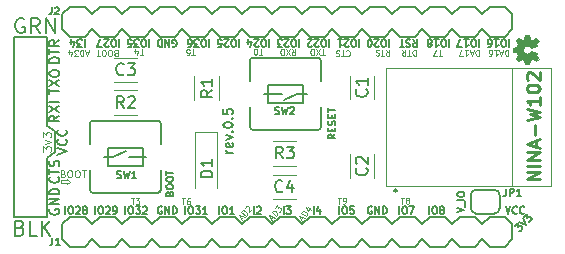
<source format=gto>
G04 #@! TF.GenerationSoftware,KiCad,Pcbnew,5.1.10*
G04 #@! TF.CreationDate,2021-05-04T16:54:42-04:00*
G04 #@! TF.ProjectId,NINA-W102_minimal_breakout,4e494e41-2d57-4313-9032-5f6d696e696d,0.5*
G04 #@! TF.SameCoordinates,Original*
G04 #@! TF.FileFunction,Legend,Top*
G04 #@! TF.FilePolarity,Positive*
%FSLAX46Y46*%
G04 Gerber Fmt 4.6, Leading zero omitted, Abs format (unit mm)*
G04 Created by KiCad (PCBNEW 5.1.10) date 2021-05-04 16:54:42*
%MOMM*%
%LPD*%
G01*
G04 APERTURE LIST*
%ADD10C,0.100000*%
%ADD11C,0.120000*%
%ADD12C,0.127000*%
%ADD13C,0.203200*%
%ADD14C,0.150000*%
%ADD15C,0.200000*%
%ADD16C,0.010000*%
%ADD17C,0.152400*%
%ADD18C,0.220000*%
G04 APERTURE END LIST*
D10*
X109094800Y-111212285D02*
X109094800Y-110926571D01*
X109618609Y-110926571D01*
X109618609Y-110831333D01*
X109856704Y-111069428D01*
X109618609Y-111307523D01*
X109618609Y-111212285D01*
X109094800Y-111212285D01*
X109285628Y-110395657D02*
X109372714Y-110424685D01*
X109401742Y-110453714D01*
X109430771Y-110511771D01*
X109430771Y-110598857D01*
X109401742Y-110656914D01*
X109372714Y-110685942D01*
X109314657Y-110714971D01*
X109082428Y-110714971D01*
X109082428Y-110105371D01*
X109285628Y-110105371D01*
X109343685Y-110134400D01*
X109372714Y-110163428D01*
X109401742Y-110221485D01*
X109401742Y-110279542D01*
X109372714Y-110337600D01*
X109343685Y-110366628D01*
X109285628Y-110395657D01*
X109082428Y-110395657D01*
X109808142Y-110105371D02*
X109924257Y-110105371D01*
X109982314Y-110134400D01*
X110040371Y-110192457D01*
X110069400Y-110308571D01*
X110069400Y-110511771D01*
X110040371Y-110627885D01*
X109982314Y-110685942D01*
X109924257Y-110714971D01*
X109808142Y-110714971D01*
X109750085Y-110685942D01*
X109692028Y-110627885D01*
X109663000Y-110511771D01*
X109663000Y-110308571D01*
X109692028Y-110192457D01*
X109750085Y-110134400D01*
X109808142Y-110105371D01*
X110446771Y-110105371D02*
X110562885Y-110105371D01*
X110620942Y-110134400D01*
X110679000Y-110192457D01*
X110708028Y-110308571D01*
X110708028Y-110511771D01*
X110679000Y-110627885D01*
X110620942Y-110685942D01*
X110562885Y-110714971D01*
X110446771Y-110714971D01*
X110388714Y-110685942D01*
X110330657Y-110627885D01*
X110301628Y-110511771D01*
X110301628Y-110308571D01*
X110330657Y-110192457D01*
X110388714Y-110134400D01*
X110446771Y-110105371D01*
X110882200Y-110105371D02*
X111230542Y-110105371D01*
X111056371Y-110714971D02*
X111056371Y-110105371D01*
D11*
X133262780Y-99999028D02*
X133286590Y-99975219D01*
X133358019Y-99951409D01*
X133405638Y-99951409D01*
X133477066Y-99975219D01*
X133524685Y-100022838D01*
X133548495Y-100070457D01*
X133572304Y-100165695D01*
X133572304Y-100237123D01*
X133548495Y-100332361D01*
X133524685Y-100379980D01*
X133477066Y-100427600D01*
X133405638Y-100451409D01*
X133358019Y-100451409D01*
X133286590Y-100427600D01*
X133262780Y-100403790D01*
X133119923Y-100451409D02*
X132834209Y-100451409D01*
X132977066Y-99951409D02*
X132977066Y-100451409D01*
X132691352Y-99975219D02*
X132619923Y-99951409D01*
X132500876Y-99951409D01*
X132453257Y-99975219D01*
X132429447Y-99999028D01*
X132405638Y-100046647D01*
X132405638Y-100094266D01*
X132429447Y-100141885D01*
X132453257Y-100165695D01*
X132500876Y-100189504D01*
X132596114Y-100213314D01*
X132643733Y-100237123D01*
X132667542Y-100260933D01*
X132691352Y-100308552D01*
X132691352Y-100356171D01*
X132667542Y-100403790D01*
X132643733Y-100427600D01*
X132596114Y-100451409D01*
X132477066Y-100451409D01*
X132405638Y-100427600D01*
X111464714Y-100068866D02*
X111226619Y-100068866D01*
X111512333Y-99926009D02*
X111345666Y-100426009D01*
X111179000Y-99926009D01*
X111012333Y-99926009D02*
X111012333Y-100426009D01*
X110893285Y-100426009D01*
X110821857Y-100402200D01*
X110774238Y-100354580D01*
X110750428Y-100306961D01*
X110726619Y-100211723D01*
X110726619Y-100140295D01*
X110750428Y-100045057D01*
X110774238Y-99997438D01*
X110821857Y-99949819D01*
X110893285Y-99926009D01*
X111012333Y-99926009D01*
X110559952Y-100426009D02*
X110250428Y-100426009D01*
X110417095Y-100235533D01*
X110345666Y-100235533D01*
X110298047Y-100211723D01*
X110274238Y-100187914D01*
X110250428Y-100140295D01*
X110250428Y-100021247D01*
X110274238Y-99973628D01*
X110298047Y-99949819D01*
X110345666Y-99926009D01*
X110488523Y-99926009D01*
X110536142Y-99949819D01*
X110559952Y-99973628D01*
X109821857Y-100259342D02*
X109821857Y-99926009D01*
X109940904Y-100449819D02*
X110059952Y-100092676D01*
X109750428Y-100092676D01*
X120445323Y-100375209D02*
X120159609Y-100375209D01*
X120302466Y-99875209D02*
X120302466Y-100375209D01*
X119754847Y-100375209D02*
X119992942Y-100375209D01*
X120016752Y-100137114D01*
X119992942Y-100160923D01*
X119945323Y-100184733D01*
X119826276Y-100184733D01*
X119778657Y-100160923D01*
X119754847Y-100137114D01*
X119731038Y-100089495D01*
X119731038Y-99970447D01*
X119754847Y-99922828D01*
X119778657Y-99899019D01*
X119826276Y-99875209D01*
X119945323Y-99875209D01*
X119992942Y-99899019D01*
X120016752Y-99922828D01*
X116076523Y-100349809D02*
X115790809Y-100349809D01*
X115933666Y-99849809D02*
X115933666Y-100349809D01*
X115409857Y-100183142D02*
X115409857Y-99849809D01*
X115528904Y-100373619D02*
X115647952Y-100016476D01*
X115338428Y-100016476D01*
X115038076Y-112476790D02*
X115323790Y-112476790D01*
X115180933Y-112976790D02*
X115180933Y-112476790D01*
X115442838Y-112476790D02*
X115752361Y-112476790D01*
X115585695Y-112667266D01*
X115657123Y-112667266D01*
X115704742Y-112691076D01*
X115728552Y-112714885D01*
X115752361Y-112762504D01*
X115752361Y-112881552D01*
X115728552Y-112929171D01*
X115704742Y-112952980D01*
X115657123Y-112976790D01*
X115514266Y-112976790D01*
X115466647Y-112952980D01*
X115442838Y-112929171D01*
X119330676Y-112502190D02*
X119616390Y-112502190D01*
X119473533Y-113002190D02*
X119473533Y-112502190D01*
X119997342Y-112502190D02*
X119902104Y-112502190D01*
X119854485Y-112526000D01*
X119830676Y-112549809D01*
X119783057Y-112621238D01*
X119759247Y-112716476D01*
X119759247Y-112906952D01*
X119783057Y-112954571D01*
X119806866Y-112978380D01*
X119854485Y-113002190D01*
X119949723Y-113002190D01*
X119997342Y-112978380D01*
X120021152Y-112954571D01*
X120044961Y-112906952D01*
X120044961Y-112787904D01*
X120021152Y-112740285D01*
X119997342Y-112716476D01*
X119949723Y-112692666D01*
X119854485Y-112692666D01*
X119806866Y-112716476D01*
X119783057Y-112740285D01*
X119759247Y-112787904D01*
X126160323Y-100324409D02*
X125874609Y-100324409D01*
X126017466Y-99824409D02*
X126017466Y-100324409D01*
X125612704Y-100324409D02*
X125565085Y-100324409D01*
X125517466Y-100300600D01*
X125493657Y-100276790D01*
X125469847Y-100229171D01*
X125446038Y-100133933D01*
X125446038Y-100014885D01*
X125469847Y-99919647D01*
X125493657Y-99872028D01*
X125517466Y-99848219D01*
X125565085Y-99824409D01*
X125612704Y-99824409D01*
X125660323Y-99848219D01*
X125684133Y-99872028D01*
X125707942Y-99919647D01*
X125731752Y-100014885D01*
X125731752Y-100133933D01*
X125707942Y-100229171D01*
X125684133Y-100276790D01*
X125660323Y-100300600D01*
X125612704Y-100324409D01*
X136615580Y-99900609D02*
X136782247Y-100138704D01*
X136901295Y-99900609D02*
X136901295Y-100400609D01*
X136710819Y-100400609D01*
X136663200Y-100376800D01*
X136639390Y-100352990D01*
X136615580Y-100305371D01*
X136615580Y-100233942D01*
X136639390Y-100186323D01*
X136663200Y-100162514D01*
X136710819Y-100138704D01*
X136901295Y-100138704D01*
X136472723Y-100400609D02*
X136187009Y-100400609D01*
X136329866Y-99900609D02*
X136329866Y-100400609D01*
X136044152Y-99924419D02*
X135972723Y-99900609D01*
X135853676Y-99900609D01*
X135806057Y-99924419D01*
X135782247Y-99948228D01*
X135758438Y-99995847D01*
X135758438Y-100043466D01*
X135782247Y-100091085D01*
X135806057Y-100114895D01*
X135853676Y-100138704D01*
X135948914Y-100162514D01*
X135996533Y-100186323D01*
X136020342Y-100210133D01*
X136044152Y-100257752D01*
X136044152Y-100305371D01*
X136020342Y-100352990D01*
X135996533Y-100376800D01*
X135948914Y-100400609D01*
X135829866Y-100400609D01*
X135758438Y-100376800D01*
X141374923Y-100426009D02*
X141089209Y-100426009D01*
X141232066Y-99926009D02*
X141232066Y-100426009D01*
X140970161Y-100426009D02*
X140636828Y-100426009D01*
X140851114Y-99926009D01*
X144486304Y-99926009D02*
X144486304Y-100426009D01*
X144367257Y-100426009D01*
X144295828Y-100402200D01*
X144248209Y-100354580D01*
X144224400Y-100306961D01*
X144200590Y-100211723D01*
X144200590Y-100140295D01*
X144224400Y-100045057D01*
X144248209Y-99997438D01*
X144295828Y-99949819D01*
X144367257Y-99926009D01*
X144486304Y-99926009D01*
X144010114Y-100068866D02*
X143772019Y-100068866D01*
X144057733Y-99926009D02*
X143891066Y-100426009D01*
X143724400Y-99926009D01*
X143295828Y-99926009D02*
X143581542Y-99926009D01*
X143438685Y-99926009D02*
X143438685Y-100426009D01*
X143486304Y-100354580D01*
X143533923Y-100306961D01*
X143581542Y-100283152D01*
X143129161Y-100426009D02*
X142795828Y-100426009D01*
X143010114Y-99926009D01*
X147000904Y-99926009D02*
X147000904Y-100426009D01*
X146881857Y-100426009D01*
X146810428Y-100402200D01*
X146762809Y-100354580D01*
X146739000Y-100306961D01*
X146715190Y-100211723D01*
X146715190Y-100140295D01*
X146739000Y-100045057D01*
X146762809Y-99997438D01*
X146810428Y-99949819D01*
X146881857Y-99926009D01*
X147000904Y-99926009D01*
X146524714Y-100068866D02*
X146286619Y-100068866D01*
X146572333Y-99926009D02*
X146405666Y-100426009D01*
X146239000Y-99926009D01*
X145810428Y-99926009D02*
X146096142Y-99926009D01*
X145953285Y-99926009D02*
X145953285Y-100426009D01*
X146000904Y-100354580D01*
X146048523Y-100306961D01*
X146096142Y-100283152D01*
X145381857Y-100426009D02*
X145477095Y-100426009D01*
X145524714Y-100402200D01*
X145548523Y-100378390D01*
X145596142Y-100306961D01*
X145619952Y-100211723D01*
X145619952Y-100021247D01*
X145596142Y-99973628D01*
X145572333Y-99949819D01*
X145524714Y-99926009D01*
X145429476Y-99926009D01*
X145381857Y-99949819D01*
X145358047Y-99973628D01*
X145334238Y-100021247D01*
X145334238Y-100140295D01*
X145358047Y-100187914D01*
X145381857Y-100211723D01*
X145429476Y-100235533D01*
X145524714Y-100235533D01*
X145572333Y-100211723D01*
X145596142Y-100187914D01*
X145619952Y-100140295D01*
X129448553Y-114273470D02*
X129601598Y-114091079D01*
X129527379Y-114401775D02*
X129251488Y-113952707D01*
X129741642Y-114146427D01*
X129848773Y-114018753D02*
X129465751Y-113697359D01*
X129542273Y-113606163D01*
X129606426Y-113566750D01*
X129673513Y-113560881D01*
X129725296Y-113573251D01*
X129813557Y-113616229D01*
X129868274Y-113662143D01*
X129925927Y-113741600D01*
X129947100Y-113790448D01*
X129952970Y-113857535D01*
X129925296Y-113927557D01*
X129848773Y-114018753D01*
X130052559Y-113257316D02*
X130307907Y-113471578D01*
X129830124Y-113226076D02*
X130027188Y-113546839D01*
X130226147Y-113309730D01*
X126933953Y-114248070D02*
X127086998Y-114065679D01*
X127012779Y-114376375D02*
X126736888Y-113927307D01*
X127227042Y-114121027D01*
X127334173Y-113993353D02*
X126951151Y-113671959D01*
X127027673Y-113580763D01*
X127091826Y-113541350D01*
X127158913Y-113535481D01*
X127210696Y-113547851D01*
X127298957Y-113590829D01*
X127353674Y-113636743D01*
X127411327Y-113716200D01*
X127432500Y-113765048D01*
X127438370Y-113832135D01*
X127410696Y-113902157D01*
X127334173Y-113993353D01*
X127241936Y-113325415D02*
X127440894Y-113088306D01*
X127479676Y-113338416D01*
X127525589Y-113283699D01*
X127574437Y-113262525D01*
X127607981Y-113259590D01*
X127659764Y-113271960D01*
X127750960Y-113348482D01*
X127772133Y-113397330D01*
X127775068Y-113430874D01*
X127762698Y-113482657D01*
X127670871Y-113592092D01*
X127622023Y-113613265D01*
X127588480Y-113616200D01*
X124368553Y-114222670D02*
X124521598Y-114040279D01*
X124447379Y-114350975D02*
X124171488Y-113901907D01*
X124661642Y-114095627D01*
X124768773Y-113967953D02*
X124385751Y-113646559D01*
X124462273Y-113555363D01*
X124526426Y-113515950D01*
X124593513Y-113510081D01*
X124645296Y-113522451D01*
X124733557Y-113565429D01*
X124788274Y-113611343D01*
X124845927Y-113690800D01*
X124867100Y-113739648D01*
X124872970Y-113806735D01*
X124845296Y-113876757D01*
X124768773Y-113967953D01*
X124728319Y-113312385D02*
X124725384Y-113278841D01*
X124737754Y-113227059D01*
X124814276Y-113135863D01*
X124863124Y-113114689D01*
X124896668Y-113111754D01*
X124948451Y-113124124D01*
X124984929Y-113154733D01*
X125024342Y-113218886D01*
X125059558Y-113621409D01*
X125258516Y-113384300D01*
X132538676Y-112425990D02*
X132824390Y-112425990D01*
X132681533Y-112925990D02*
X132681533Y-112425990D01*
X133014866Y-112925990D02*
X133110104Y-112925990D01*
X133157723Y-112902180D01*
X133181533Y-112878371D01*
X133229152Y-112806942D01*
X133252961Y-112711704D01*
X133252961Y-112521228D01*
X133229152Y-112473609D01*
X133205342Y-112449800D01*
X133157723Y-112425990D01*
X133062485Y-112425990D01*
X133014866Y-112449800D01*
X132991057Y-112473609D01*
X132967247Y-112521228D01*
X132967247Y-112640276D01*
X132991057Y-112687895D01*
X133014866Y-112711704D01*
X133062485Y-112735514D01*
X133157723Y-112735514D01*
X133205342Y-112711704D01*
X133229152Y-112687895D01*
X133252961Y-112640276D01*
X137872676Y-112425990D02*
X138158390Y-112425990D01*
X138015533Y-112925990D02*
X138015533Y-112425990D01*
X138396485Y-112640276D02*
X138348866Y-112616466D01*
X138325057Y-112592657D01*
X138301247Y-112545038D01*
X138301247Y-112521228D01*
X138325057Y-112473609D01*
X138348866Y-112449800D01*
X138396485Y-112425990D01*
X138491723Y-112425990D01*
X138539342Y-112449800D01*
X138563152Y-112473609D01*
X138586961Y-112521228D01*
X138586961Y-112545038D01*
X138563152Y-112592657D01*
X138539342Y-112616466D01*
X138491723Y-112640276D01*
X138396485Y-112640276D01*
X138348866Y-112664085D01*
X138325057Y-112687895D01*
X138301247Y-112735514D01*
X138301247Y-112830752D01*
X138325057Y-112878371D01*
X138348866Y-112902180D01*
X138396485Y-112925990D01*
X138491723Y-112925990D01*
X138539342Y-112902180D01*
X138563152Y-112878371D01*
X138586961Y-112830752D01*
X138586961Y-112735514D01*
X138563152Y-112687895D01*
X138539342Y-112664085D01*
X138491723Y-112640276D01*
X113734857Y-100187914D02*
X113663428Y-100164104D01*
X113639619Y-100140295D01*
X113615809Y-100092676D01*
X113615809Y-100021247D01*
X113639619Y-99973628D01*
X113663428Y-99949819D01*
X113711047Y-99926009D01*
X113901523Y-99926009D01*
X113901523Y-100426009D01*
X113734857Y-100426009D01*
X113687238Y-100402200D01*
X113663428Y-100378390D01*
X113639619Y-100330771D01*
X113639619Y-100283152D01*
X113663428Y-100235533D01*
X113687238Y-100211723D01*
X113734857Y-100187914D01*
X113901523Y-100187914D01*
X113306285Y-100426009D02*
X113211047Y-100426009D01*
X113163428Y-100402200D01*
X113115809Y-100354580D01*
X113092000Y-100259342D01*
X113092000Y-100092676D01*
X113115809Y-99997438D01*
X113163428Y-99949819D01*
X113211047Y-99926009D01*
X113306285Y-99926009D01*
X113353904Y-99949819D01*
X113401523Y-99997438D01*
X113425333Y-100092676D01*
X113425333Y-100259342D01*
X113401523Y-100354580D01*
X113353904Y-100402200D01*
X113306285Y-100426009D01*
X112782476Y-100426009D02*
X112687238Y-100426009D01*
X112639619Y-100402200D01*
X112592000Y-100354580D01*
X112568190Y-100259342D01*
X112568190Y-100092676D01*
X112592000Y-99997438D01*
X112639619Y-99949819D01*
X112687238Y-99926009D01*
X112782476Y-99926009D01*
X112830095Y-99949819D01*
X112877714Y-99997438D01*
X112901523Y-100092676D01*
X112901523Y-100259342D01*
X112877714Y-100354580D01*
X112830095Y-100402200D01*
X112782476Y-100426009D01*
X112425333Y-100426009D02*
X112139619Y-100426009D01*
X112282476Y-99926009D02*
X112282476Y-100426009D01*
X139160304Y-99900609D02*
X139160304Y-100400609D01*
X139041257Y-100400609D01*
X138969828Y-100376800D01*
X138922209Y-100329180D01*
X138898400Y-100281561D01*
X138874590Y-100186323D01*
X138874590Y-100114895D01*
X138898400Y-100019657D01*
X138922209Y-99972038D01*
X138969828Y-99924419D01*
X139041257Y-99900609D01*
X139160304Y-99900609D01*
X138731733Y-100400609D02*
X138446019Y-100400609D01*
X138588876Y-99900609D02*
X138588876Y-100400609D01*
X137993638Y-99900609D02*
X138160304Y-100138704D01*
X138279352Y-99900609D02*
X138279352Y-100400609D01*
X138088876Y-100400609D01*
X138041257Y-100376800D01*
X138017447Y-100352990D01*
X137993638Y-100305371D01*
X137993638Y-100233942D01*
X138017447Y-100186323D01*
X138041257Y-100162514D01*
X138088876Y-100138704D01*
X138279352Y-100138704D01*
D12*
X123653504Y-108629219D02*
X123120171Y-108629219D01*
X123272552Y-108629219D02*
X123196361Y-108591123D01*
X123158266Y-108553028D01*
X123120171Y-108476838D01*
X123120171Y-108400647D01*
X123615409Y-107829219D02*
X123653504Y-107905409D01*
X123653504Y-108057790D01*
X123615409Y-108133980D01*
X123539219Y-108172076D01*
X123234457Y-108172076D01*
X123158266Y-108133980D01*
X123120171Y-108057790D01*
X123120171Y-107905409D01*
X123158266Y-107829219D01*
X123234457Y-107791123D01*
X123310647Y-107791123D01*
X123386838Y-108172076D01*
X123120171Y-107524457D02*
X123653504Y-107333980D01*
X123120171Y-107143504D01*
X123577314Y-106838742D02*
X123615409Y-106800647D01*
X123653504Y-106838742D01*
X123615409Y-106876838D01*
X123577314Y-106838742D01*
X123653504Y-106838742D01*
X122853504Y-106305409D02*
X122853504Y-106229219D01*
X122891600Y-106153028D01*
X122929695Y-106114933D01*
X123005885Y-106076838D01*
X123158266Y-106038742D01*
X123348742Y-106038742D01*
X123501123Y-106076838D01*
X123577314Y-106114933D01*
X123615409Y-106153028D01*
X123653504Y-106229219D01*
X123653504Y-106305409D01*
X123615409Y-106381600D01*
X123577314Y-106419695D01*
X123501123Y-106457790D01*
X123348742Y-106495885D01*
X123158266Y-106495885D01*
X123005885Y-106457790D01*
X122929695Y-106419695D01*
X122891600Y-106381600D01*
X122853504Y-106305409D01*
X123577314Y-105695885D02*
X123615409Y-105657790D01*
X123653504Y-105695885D01*
X123615409Y-105733980D01*
X123577314Y-105695885D01*
X123653504Y-105695885D01*
X122853504Y-104933980D02*
X122853504Y-105314933D01*
X123234457Y-105353028D01*
X123196361Y-105314933D01*
X123158266Y-105238742D01*
X123158266Y-105048266D01*
X123196361Y-104972076D01*
X123234457Y-104933980D01*
X123310647Y-104895885D01*
X123501123Y-104895885D01*
X123577314Y-104933980D01*
X123615409Y-104972076D01*
X123653504Y-105048266D01*
X123653504Y-105238742D01*
X123615409Y-105314933D01*
X123577314Y-105353028D01*
D11*
X131435523Y-100349809D02*
X131149809Y-100349809D01*
X131292666Y-99849809D02*
X131292666Y-100349809D01*
X131030761Y-100349809D02*
X130697428Y-99849809D01*
X130697428Y-100349809D02*
X131030761Y-99849809D01*
X130506952Y-99849809D02*
X130506952Y-100349809D01*
X130387904Y-100349809D01*
X130316476Y-100326000D01*
X130268857Y-100278380D01*
X130245047Y-100230761D01*
X130221238Y-100135523D01*
X130221238Y-100064095D01*
X130245047Y-99968857D01*
X130268857Y-99921238D01*
X130316476Y-99873619D01*
X130387904Y-99849809D01*
X130506952Y-99849809D01*
X128657428Y-99849809D02*
X128824095Y-100087904D01*
X128943142Y-99849809D02*
X128943142Y-100349809D01*
X128752666Y-100349809D01*
X128705047Y-100326000D01*
X128681238Y-100302190D01*
X128657428Y-100254571D01*
X128657428Y-100183142D01*
X128681238Y-100135523D01*
X128705047Y-100111714D01*
X128752666Y-100087904D01*
X128943142Y-100087904D01*
X128490761Y-100349809D02*
X128157428Y-99849809D01*
X128157428Y-100349809D02*
X128490761Y-99849809D01*
X127966952Y-99849809D02*
X127966952Y-100349809D01*
X127847904Y-100349809D01*
X127776476Y-100326000D01*
X127728857Y-100278380D01*
X127705047Y-100230761D01*
X127681238Y-100135523D01*
X127681238Y-100064095D01*
X127705047Y-99968857D01*
X127728857Y-99921238D01*
X127776476Y-99873619D01*
X127847904Y-99849809D01*
X127966952Y-99849809D01*
D12*
X147061464Y-99038228D02*
X147061464Y-99647828D01*
X146655064Y-99647828D02*
X146538950Y-99647828D01*
X146480892Y-99618800D01*
X146422835Y-99560742D01*
X146393807Y-99444628D01*
X146393807Y-99241428D01*
X146422835Y-99125314D01*
X146480892Y-99067257D01*
X146538950Y-99038228D01*
X146655064Y-99038228D01*
X146713121Y-99067257D01*
X146771178Y-99125314D01*
X146800207Y-99241428D01*
X146800207Y-99444628D01*
X146771178Y-99560742D01*
X146713121Y-99618800D01*
X146655064Y-99647828D01*
X145813235Y-99038228D02*
X146161578Y-99038228D01*
X145987407Y-99038228D02*
X145987407Y-99647828D01*
X146045464Y-99560742D01*
X146103521Y-99502685D01*
X146161578Y-99473657D01*
X145290721Y-99647828D02*
X145406835Y-99647828D01*
X145464892Y-99618800D01*
X145493921Y-99589771D01*
X145551978Y-99502685D01*
X145581007Y-99386571D01*
X145581007Y-99154342D01*
X145551978Y-99096285D01*
X145522950Y-99067257D01*
X145464892Y-99038228D01*
X145348778Y-99038228D01*
X145290721Y-99067257D01*
X145261692Y-99096285D01*
X145232664Y-99154342D01*
X145232664Y-99299485D01*
X145261692Y-99357542D01*
X145290721Y-99386571D01*
X145348778Y-99415600D01*
X145464892Y-99415600D01*
X145522950Y-99386571D01*
X145551978Y-99357542D01*
X145581007Y-99299485D01*
X144521464Y-99038228D02*
X144521464Y-99647828D01*
X144115064Y-99647828D02*
X143998950Y-99647828D01*
X143940892Y-99618800D01*
X143882835Y-99560742D01*
X143853807Y-99444628D01*
X143853807Y-99241428D01*
X143882835Y-99125314D01*
X143940892Y-99067257D01*
X143998950Y-99038228D01*
X144115064Y-99038228D01*
X144173121Y-99067257D01*
X144231178Y-99125314D01*
X144260207Y-99241428D01*
X144260207Y-99444628D01*
X144231178Y-99560742D01*
X144173121Y-99618800D01*
X144115064Y-99647828D01*
X143273235Y-99038228D02*
X143621578Y-99038228D01*
X143447407Y-99038228D02*
X143447407Y-99647828D01*
X143505464Y-99560742D01*
X143563521Y-99502685D01*
X143621578Y-99473657D01*
X143070035Y-99647828D02*
X142663635Y-99647828D01*
X142924892Y-99038228D01*
X141981464Y-99038228D02*
X141981464Y-99647828D01*
X141575064Y-99647828D02*
X141458950Y-99647828D01*
X141400892Y-99618800D01*
X141342835Y-99560742D01*
X141313807Y-99444628D01*
X141313807Y-99241428D01*
X141342835Y-99125314D01*
X141400892Y-99067257D01*
X141458950Y-99038228D01*
X141575064Y-99038228D01*
X141633121Y-99067257D01*
X141691178Y-99125314D01*
X141720207Y-99241428D01*
X141720207Y-99444628D01*
X141691178Y-99560742D01*
X141633121Y-99618800D01*
X141575064Y-99647828D01*
X140733235Y-99038228D02*
X141081578Y-99038228D01*
X140907407Y-99038228D02*
X140907407Y-99647828D01*
X140965464Y-99560742D01*
X141023521Y-99502685D01*
X141081578Y-99473657D01*
X140384892Y-99386571D02*
X140442950Y-99415600D01*
X140471978Y-99444628D01*
X140501007Y-99502685D01*
X140501007Y-99531714D01*
X140471978Y-99589771D01*
X140442950Y-99618800D01*
X140384892Y-99647828D01*
X140268778Y-99647828D01*
X140210721Y-99618800D01*
X140181692Y-99589771D01*
X140152664Y-99531714D01*
X140152664Y-99502685D01*
X140181692Y-99444628D01*
X140210721Y-99415600D01*
X140268778Y-99386571D01*
X140384892Y-99386571D01*
X140442950Y-99357542D01*
X140471978Y-99328514D01*
X140501007Y-99270457D01*
X140501007Y-99154342D01*
X140471978Y-99096285D01*
X140442950Y-99067257D01*
X140384892Y-99038228D01*
X140268778Y-99038228D01*
X140210721Y-99067257D01*
X140181692Y-99096285D01*
X140152664Y-99154342D01*
X140152664Y-99270457D01*
X140181692Y-99328514D01*
X140210721Y-99357542D01*
X140268778Y-99386571D01*
X138911692Y-99038228D02*
X139114892Y-99328514D01*
X139260035Y-99038228D02*
X139260035Y-99647828D01*
X139027807Y-99647828D01*
X138969750Y-99618800D01*
X138940721Y-99589771D01*
X138911692Y-99531714D01*
X138911692Y-99444628D01*
X138940721Y-99386571D01*
X138969750Y-99357542D01*
X139027807Y-99328514D01*
X139260035Y-99328514D01*
X138679464Y-99067257D02*
X138592378Y-99038228D01*
X138447235Y-99038228D01*
X138389178Y-99067257D01*
X138360150Y-99096285D01*
X138331121Y-99154342D01*
X138331121Y-99212400D01*
X138360150Y-99270457D01*
X138389178Y-99299485D01*
X138447235Y-99328514D01*
X138563350Y-99357542D01*
X138621407Y-99386571D01*
X138650435Y-99415600D01*
X138679464Y-99473657D01*
X138679464Y-99531714D01*
X138650435Y-99589771D01*
X138621407Y-99618800D01*
X138563350Y-99647828D01*
X138418207Y-99647828D01*
X138331121Y-99618800D01*
X138156950Y-99647828D02*
X137808607Y-99647828D01*
X137982778Y-99038228D02*
X137982778Y-99647828D01*
X136901464Y-99038228D02*
X136901464Y-99647828D01*
X136495064Y-99647828D02*
X136378950Y-99647828D01*
X136320892Y-99618800D01*
X136262835Y-99560742D01*
X136233807Y-99444628D01*
X136233807Y-99241428D01*
X136262835Y-99125314D01*
X136320892Y-99067257D01*
X136378950Y-99038228D01*
X136495064Y-99038228D01*
X136553121Y-99067257D01*
X136611178Y-99125314D01*
X136640207Y-99241428D01*
X136640207Y-99444628D01*
X136611178Y-99560742D01*
X136553121Y-99618800D01*
X136495064Y-99647828D01*
X136001578Y-99589771D02*
X135972550Y-99618800D01*
X135914492Y-99647828D01*
X135769350Y-99647828D01*
X135711292Y-99618800D01*
X135682264Y-99589771D01*
X135653235Y-99531714D01*
X135653235Y-99473657D01*
X135682264Y-99386571D01*
X136030607Y-99038228D01*
X135653235Y-99038228D01*
X135275864Y-99647828D02*
X135217807Y-99647828D01*
X135159750Y-99618800D01*
X135130721Y-99589771D01*
X135101692Y-99531714D01*
X135072664Y-99415600D01*
X135072664Y-99270457D01*
X135101692Y-99154342D01*
X135130721Y-99096285D01*
X135159750Y-99067257D01*
X135217807Y-99038228D01*
X135275864Y-99038228D01*
X135333921Y-99067257D01*
X135362950Y-99096285D01*
X135391978Y-99154342D01*
X135421007Y-99270457D01*
X135421007Y-99415600D01*
X135391978Y-99531714D01*
X135362950Y-99589771D01*
X135333921Y-99618800D01*
X135275864Y-99647828D01*
X134361464Y-99038228D02*
X134361464Y-99647828D01*
X133955064Y-99647828D02*
X133838950Y-99647828D01*
X133780892Y-99618800D01*
X133722835Y-99560742D01*
X133693807Y-99444628D01*
X133693807Y-99241428D01*
X133722835Y-99125314D01*
X133780892Y-99067257D01*
X133838950Y-99038228D01*
X133955064Y-99038228D01*
X134013121Y-99067257D01*
X134071178Y-99125314D01*
X134100207Y-99241428D01*
X134100207Y-99444628D01*
X134071178Y-99560742D01*
X134013121Y-99618800D01*
X133955064Y-99647828D01*
X133461578Y-99589771D02*
X133432550Y-99618800D01*
X133374492Y-99647828D01*
X133229350Y-99647828D01*
X133171292Y-99618800D01*
X133142264Y-99589771D01*
X133113235Y-99531714D01*
X133113235Y-99473657D01*
X133142264Y-99386571D01*
X133490607Y-99038228D01*
X133113235Y-99038228D01*
X132532664Y-99038228D02*
X132881007Y-99038228D01*
X132706835Y-99038228D02*
X132706835Y-99647828D01*
X132764892Y-99560742D01*
X132822950Y-99502685D01*
X132881007Y-99473657D01*
X131821464Y-99038228D02*
X131821464Y-99647828D01*
X131415064Y-99647828D02*
X131298950Y-99647828D01*
X131240892Y-99618800D01*
X131182835Y-99560742D01*
X131153807Y-99444628D01*
X131153807Y-99241428D01*
X131182835Y-99125314D01*
X131240892Y-99067257D01*
X131298950Y-99038228D01*
X131415064Y-99038228D01*
X131473121Y-99067257D01*
X131531178Y-99125314D01*
X131560207Y-99241428D01*
X131560207Y-99444628D01*
X131531178Y-99560742D01*
X131473121Y-99618800D01*
X131415064Y-99647828D01*
X130921578Y-99589771D02*
X130892550Y-99618800D01*
X130834492Y-99647828D01*
X130689350Y-99647828D01*
X130631292Y-99618800D01*
X130602264Y-99589771D01*
X130573235Y-99531714D01*
X130573235Y-99473657D01*
X130602264Y-99386571D01*
X130950607Y-99038228D01*
X130573235Y-99038228D01*
X130341007Y-99589771D02*
X130311978Y-99618800D01*
X130253921Y-99647828D01*
X130108778Y-99647828D01*
X130050721Y-99618800D01*
X130021692Y-99589771D01*
X129992664Y-99531714D01*
X129992664Y-99473657D01*
X130021692Y-99386571D01*
X130370035Y-99038228D01*
X129992664Y-99038228D01*
X129281464Y-99038228D02*
X129281464Y-99647828D01*
X128875064Y-99647828D02*
X128758950Y-99647828D01*
X128700892Y-99618800D01*
X128642835Y-99560742D01*
X128613807Y-99444628D01*
X128613807Y-99241428D01*
X128642835Y-99125314D01*
X128700892Y-99067257D01*
X128758950Y-99038228D01*
X128875064Y-99038228D01*
X128933121Y-99067257D01*
X128991178Y-99125314D01*
X129020207Y-99241428D01*
X129020207Y-99444628D01*
X128991178Y-99560742D01*
X128933121Y-99618800D01*
X128875064Y-99647828D01*
X128381578Y-99589771D02*
X128352550Y-99618800D01*
X128294492Y-99647828D01*
X128149350Y-99647828D01*
X128091292Y-99618800D01*
X128062264Y-99589771D01*
X128033235Y-99531714D01*
X128033235Y-99473657D01*
X128062264Y-99386571D01*
X128410607Y-99038228D01*
X128033235Y-99038228D01*
X127830035Y-99647828D02*
X127452664Y-99647828D01*
X127655864Y-99415600D01*
X127568778Y-99415600D01*
X127510721Y-99386571D01*
X127481692Y-99357542D01*
X127452664Y-99299485D01*
X127452664Y-99154342D01*
X127481692Y-99096285D01*
X127510721Y-99067257D01*
X127568778Y-99038228D01*
X127742950Y-99038228D01*
X127801007Y-99067257D01*
X127830035Y-99096285D01*
X126741464Y-99038228D02*
X126741464Y-99647828D01*
X126335064Y-99647828D02*
X126218950Y-99647828D01*
X126160892Y-99618800D01*
X126102835Y-99560742D01*
X126073807Y-99444628D01*
X126073807Y-99241428D01*
X126102835Y-99125314D01*
X126160892Y-99067257D01*
X126218950Y-99038228D01*
X126335064Y-99038228D01*
X126393121Y-99067257D01*
X126451178Y-99125314D01*
X126480207Y-99241428D01*
X126480207Y-99444628D01*
X126451178Y-99560742D01*
X126393121Y-99618800D01*
X126335064Y-99647828D01*
X125841578Y-99589771D02*
X125812550Y-99618800D01*
X125754492Y-99647828D01*
X125609350Y-99647828D01*
X125551292Y-99618800D01*
X125522264Y-99589771D01*
X125493235Y-99531714D01*
X125493235Y-99473657D01*
X125522264Y-99386571D01*
X125870607Y-99038228D01*
X125493235Y-99038228D01*
X124970721Y-99444628D02*
X124970721Y-99038228D01*
X125115864Y-99676857D02*
X125261007Y-99241428D01*
X124883635Y-99241428D01*
X124201464Y-99038228D02*
X124201464Y-99647828D01*
X123795064Y-99647828D02*
X123678950Y-99647828D01*
X123620892Y-99618800D01*
X123562835Y-99560742D01*
X123533807Y-99444628D01*
X123533807Y-99241428D01*
X123562835Y-99125314D01*
X123620892Y-99067257D01*
X123678950Y-99038228D01*
X123795064Y-99038228D01*
X123853121Y-99067257D01*
X123911178Y-99125314D01*
X123940207Y-99241428D01*
X123940207Y-99444628D01*
X123911178Y-99560742D01*
X123853121Y-99618800D01*
X123795064Y-99647828D01*
X123301578Y-99589771D02*
X123272550Y-99618800D01*
X123214492Y-99647828D01*
X123069350Y-99647828D01*
X123011292Y-99618800D01*
X122982264Y-99589771D01*
X122953235Y-99531714D01*
X122953235Y-99473657D01*
X122982264Y-99386571D01*
X123330607Y-99038228D01*
X122953235Y-99038228D01*
X122401692Y-99647828D02*
X122691978Y-99647828D01*
X122721007Y-99357542D01*
X122691978Y-99386571D01*
X122633921Y-99415600D01*
X122488778Y-99415600D01*
X122430721Y-99386571D01*
X122401692Y-99357542D01*
X122372664Y-99299485D01*
X122372664Y-99154342D01*
X122401692Y-99096285D01*
X122430721Y-99067257D01*
X122488778Y-99038228D01*
X122633921Y-99038228D01*
X122691978Y-99067257D01*
X122721007Y-99096285D01*
X121661464Y-99038228D02*
X121661464Y-99647828D01*
X121255064Y-99647828D02*
X121138950Y-99647828D01*
X121080892Y-99618800D01*
X121022835Y-99560742D01*
X120993807Y-99444628D01*
X120993807Y-99241428D01*
X121022835Y-99125314D01*
X121080892Y-99067257D01*
X121138950Y-99038228D01*
X121255064Y-99038228D01*
X121313121Y-99067257D01*
X121371178Y-99125314D01*
X121400207Y-99241428D01*
X121400207Y-99444628D01*
X121371178Y-99560742D01*
X121313121Y-99618800D01*
X121255064Y-99647828D01*
X120790607Y-99647828D02*
X120413235Y-99647828D01*
X120616435Y-99415600D01*
X120529350Y-99415600D01*
X120471292Y-99386571D01*
X120442264Y-99357542D01*
X120413235Y-99299485D01*
X120413235Y-99154342D01*
X120442264Y-99096285D01*
X120471292Y-99067257D01*
X120529350Y-99038228D01*
X120703521Y-99038228D01*
X120761578Y-99067257D01*
X120790607Y-99096285D01*
X119890721Y-99647828D02*
X120006835Y-99647828D01*
X120064892Y-99618800D01*
X120093921Y-99589771D01*
X120151978Y-99502685D01*
X120181007Y-99386571D01*
X120181007Y-99154342D01*
X120151978Y-99096285D01*
X120122950Y-99067257D01*
X120064892Y-99038228D01*
X119948778Y-99038228D01*
X119890721Y-99067257D01*
X119861692Y-99096285D01*
X119832664Y-99154342D01*
X119832664Y-99299485D01*
X119861692Y-99357542D01*
X119890721Y-99386571D01*
X119948778Y-99415600D01*
X120064892Y-99415600D01*
X120122950Y-99386571D01*
X120151978Y-99357542D01*
X120181007Y-99299485D01*
X118569921Y-99618800D02*
X118627978Y-99647828D01*
X118715064Y-99647828D01*
X118802150Y-99618800D01*
X118860207Y-99560742D01*
X118889235Y-99502685D01*
X118918264Y-99386571D01*
X118918264Y-99299485D01*
X118889235Y-99183371D01*
X118860207Y-99125314D01*
X118802150Y-99067257D01*
X118715064Y-99038228D01*
X118657007Y-99038228D01*
X118569921Y-99067257D01*
X118540892Y-99096285D01*
X118540892Y-99299485D01*
X118657007Y-99299485D01*
X118279635Y-99038228D02*
X118279635Y-99647828D01*
X117931292Y-99038228D01*
X117931292Y-99647828D01*
X117641007Y-99038228D02*
X117641007Y-99647828D01*
X117495864Y-99647828D01*
X117408778Y-99618800D01*
X117350721Y-99560742D01*
X117321692Y-99502685D01*
X117292664Y-99386571D01*
X117292664Y-99299485D01*
X117321692Y-99183371D01*
X117350721Y-99125314D01*
X117408778Y-99067257D01*
X117495864Y-99038228D01*
X117641007Y-99038228D01*
X116581464Y-99038228D02*
X116581464Y-99647828D01*
X116175064Y-99647828D02*
X116058950Y-99647828D01*
X116000892Y-99618800D01*
X115942835Y-99560742D01*
X115913807Y-99444628D01*
X115913807Y-99241428D01*
X115942835Y-99125314D01*
X116000892Y-99067257D01*
X116058950Y-99038228D01*
X116175064Y-99038228D01*
X116233121Y-99067257D01*
X116291178Y-99125314D01*
X116320207Y-99241428D01*
X116320207Y-99444628D01*
X116291178Y-99560742D01*
X116233121Y-99618800D01*
X116175064Y-99647828D01*
X115710607Y-99647828D02*
X115333235Y-99647828D01*
X115536435Y-99415600D01*
X115449350Y-99415600D01*
X115391292Y-99386571D01*
X115362264Y-99357542D01*
X115333235Y-99299485D01*
X115333235Y-99154342D01*
X115362264Y-99096285D01*
X115391292Y-99067257D01*
X115449350Y-99038228D01*
X115623521Y-99038228D01*
X115681578Y-99067257D01*
X115710607Y-99096285D01*
X114781692Y-99647828D02*
X115071978Y-99647828D01*
X115101007Y-99357542D01*
X115071978Y-99386571D01*
X115013921Y-99415600D01*
X114868778Y-99415600D01*
X114810721Y-99386571D01*
X114781692Y-99357542D01*
X114752664Y-99299485D01*
X114752664Y-99154342D01*
X114781692Y-99096285D01*
X114810721Y-99067257D01*
X114868778Y-99038228D01*
X115013921Y-99038228D01*
X115071978Y-99067257D01*
X115101007Y-99096285D01*
X114041464Y-99038228D02*
X114041464Y-99647828D01*
X113635064Y-99647828D02*
X113518950Y-99647828D01*
X113460892Y-99618800D01*
X113402835Y-99560742D01*
X113373807Y-99444628D01*
X113373807Y-99241428D01*
X113402835Y-99125314D01*
X113460892Y-99067257D01*
X113518950Y-99038228D01*
X113635064Y-99038228D01*
X113693121Y-99067257D01*
X113751178Y-99125314D01*
X113780207Y-99241428D01*
X113780207Y-99444628D01*
X113751178Y-99560742D01*
X113693121Y-99618800D01*
X113635064Y-99647828D01*
X113141578Y-99589771D02*
X113112550Y-99618800D01*
X113054492Y-99647828D01*
X112909350Y-99647828D01*
X112851292Y-99618800D01*
X112822264Y-99589771D01*
X112793235Y-99531714D01*
X112793235Y-99473657D01*
X112822264Y-99386571D01*
X113170607Y-99038228D01*
X112793235Y-99038228D01*
X112590035Y-99647828D02*
X112183635Y-99647828D01*
X112444892Y-99038228D01*
X111116835Y-99038228D02*
X111116835Y-99647828D01*
X110884607Y-99647828D02*
X110507235Y-99647828D01*
X110710435Y-99415600D01*
X110623350Y-99415600D01*
X110565292Y-99386571D01*
X110536264Y-99357542D01*
X110507235Y-99299485D01*
X110507235Y-99154342D01*
X110536264Y-99096285D01*
X110565292Y-99067257D01*
X110623350Y-99038228D01*
X110797521Y-99038228D01*
X110855578Y-99067257D01*
X110884607Y-99096285D01*
X109984721Y-99444628D02*
X109984721Y-99038228D01*
X110129864Y-99676857D02*
X110275007Y-99241428D01*
X109897635Y-99241428D01*
X109478535Y-113788371D02*
X109478535Y-113178771D01*
X109884935Y-113178771D02*
X110001050Y-113178771D01*
X110059107Y-113207800D01*
X110117164Y-113265857D01*
X110146192Y-113381971D01*
X110146192Y-113585171D01*
X110117164Y-113701285D01*
X110059107Y-113759342D01*
X110001050Y-113788371D01*
X109884935Y-113788371D01*
X109826878Y-113759342D01*
X109768821Y-113701285D01*
X109739792Y-113585171D01*
X109739792Y-113381971D01*
X109768821Y-113265857D01*
X109826878Y-113207800D01*
X109884935Y-113178771D01*
X110378421Y-113236828D02*
X110407450Y-113207800D01*
X110465507Y-113178771D01*
X110610650Y-113178771D01*
X110668707Y-113207800D01*
X110697735Y-113236828D01*
X110726764Y-113294885D01*
X110726764Y-113352942D01*
X110697735Y-113440028D01*
X110349392Y-113788371D01*
X110726764Y-113788371D01*
X111075107Y-113440028D02*
X111017050Y-113411000D01*
X110988021Y-113381971D01*
X110958992Y-113323914D01*
X110958992Y-113294885D01*
X110988021Y-113236828D01*
X111017050Y-113207800D01*
X111075107Y-113178771D01*
X111191221Y-113178771D01*
X111249278Y-113207800D01*
X111278307Y-113236828D01*
X111307335Y-113294885D01*
X111307335Y-113323914D01*
X111278307Y-113381971D01*
X111249278Y-113411000D01*
X111191221Y-113440028D01*
X111075107Y-113440028D01*
X111017050Y-113469057D01*
X110988021Y-113498085D01*
X110958992Y-113556142D01*
X110958992Y-113672257D01*
X110988021Y-113730314D01*
X111017050Y-113759342D01*
X111075107Y-113788371D01*
X111191221Y-113788371D01*
X111249278Y-113759342D01*
X111278307Y-113730314D01*
X111307335Y-113672257D01*
X111307335Y-113556142D01*
X111278307Y-113498085D01*
X111249278Y-113469057D01*
X111191221Y-113440028D01*
X112018535Y-113788371D02*
X112018535Y-113178771D01*
X112424935Y-113178771D02*
X112541050Y-113178771D01*
X112599107Y-113207800D01*
X112657164Y-113265857D01*
X112686192Y-113381971D01*
X112686192Y-113585171D01*
X112657164Y-113701285D01*
X112599107Y-113759342D01*
X112541050Y-113788371D01*
X112424935Y-113788371D01*
X112366878Y-113759342D01*
X112308821Y-113701285D01*
X112279792Y-113585171D01*
X112279792Y-113381971D01*
X112308821Y-113265857D01*
X112366878Y-113207800D01*
X112424935Y-113178771D01*
X112918421Y-113236828D02*
X112947450Y-113207800D01*
X113005507Y-113178771D01*
X113150650Y-113178771D01*
X113208707Y-113207800D01*
X113237735Y-113236828D01*
X113266764Y-113294885D01*
X113266764Y-113352942D01*
X113237735Y-113440028D01*
X112889392Y-113788371D01*
X113266764Y-113788371D01*
X113557050Y-113788371D02*
X113673164Y-113788371D01*
X113731221Y-113759342D01*
X113760250Y-113730314D01*
X113818307Y-113643228D01*
X113847335Y-113527114D01*
X113847335Y-113294885D01*
X113818307Y-113236828D01*
X113789278Y-113207800D01*
X113731221Y-113178771D01*
X113615107Y-113178771D01*
X113557050Y-113207800D01*
X113528021Y-113236828D01*
X113498992Y-113294885D01*
X113498992Y-113440028D01*
X113528021Y-113498085D01*
X113557050Y-113527114D01*
X113615107Y-113556142D01*
X113731221Y-113556142D01*
X113789278Y-113527114D01*
X113818307Y-113498085D01*
X113847335Y-113440028D01*
X114558535Y-113788371D02*
X114558535Y-113178771D01*
X114964935Y-113178771D02*
X115081050Y-113178771D01*
X115139107Y-113207800D01*
X115197164Y-113265857D01*
X115226192Y-113381971D01*
X115226192Y-113585171D01*
X115197164Y-113701285D01*
X115139107Y-113759342D01*
X115081050Y-113788371D01*
X114964935Y-113788371D01*
X114906878Y-113759342D01*
X114848821Y-113701285D01*
X114819792Y-113585171D01*
X114819792Y-113381971D01*
X114848821Y-113265857D01*
X114906878Y-113207800D01*
X114964935Y-113178771D01*
X115429392Y-113178771D02*
X115806764Y-113178771D01*
X115603564Y-113411000D01*
X115690650Y-113411000D01*
X115748707Y-113440028D01*
X115777735Y-113469057D01*
X115806764Y-113527114D01*
X115806764Y-113672257D01*
X115777735Y-113730314D01*
X115748707Y-113759342D01*
X115690650Y-113788371D01*
X115516478Y-113788371D01*
X115458421Y-113759342D01*
X115429392Y-113730314D01*
X116038992Y-113236828D02*
X116068021Y-113207800D01*
X116126078Y-113178771D01*
X116271221Y-113178771D01*
X116329278Y-113207800D01*
X116358307Y-113236828D01*
X116387335Y-113294885D01*
X116387335Y-113352942D01*
X116358307Y-113440028D01*
X116009964Y-113788371D01*
X116387335Y-113788371D01*
X117650078Y-113207800D02*
X117592021Y-113178771D01*
X117504935Y-113178771D01*
X117417850Y-113207800D01*
X117359792Y-113265857D01*
X117330764Y-113323914D01*
X117301735Y-113440028D01*
X117301735Y-113527114D01*
X117330764Y-113643228D01*
X117359792Y-113701285D01*
X117417850Y-113759342D01*
X117504935Y-113788371D01*
X117562992Y-113788371D01*
X117650078Y-113759342D01*
X117679107Y-113730314D01*
X117679107Y-113527114D01*
X117562992Y-113527114D01*
X117940364Y-113788371D02*
X117940364Y-113178771D01*
X118288707Y-113788371D01*
X118288707Y-113178771D01*
X118578992Y-113788371D02*
X118578992Y-113178771D01*
X118724135Y-113178771D01*
X118811221Y-113207800D01*
X118869278Y-113265857D01*
X118898307Y-113323914D01*
X118927335Y-113440028D01*
X118927335Y-113527114D01*
X118898307Y-113643228D01*
X118869278Y-113701285D01*
X118811221Y-113759342D01*
X118724135Y-113788371D01*
X118578992Y-113788371D01*
X119638535Y-113788371D02*
X119638535Y-113178771D01*
X120044935Y-113178771D02*
X120161050Y-113178771D01*
X120219107Y-113207800D01*
X120277164Y-113265857D01*
X120306192Y-113381971D01*
X120306192Y-113585171D01*
X120277164Y-113701285D01*
X120219107Y-113759342D01*
X120161050Y-113788371D01*
X120044935Y-113788371D01*
X119986878Y-113759342D01*
X119928821Y-113701285D01*
X119899792Y-113585171D01*
X119899792Y-113381971D01*
X119928821Y-113265857D01*
X119986878Y-113207800D01*
X120044935Y-113178771D01*
X120509392Y-113178771D02*
X120886764Y-113178771D01*
X120683564Y-113411000D01*
X120770650Y-113411000D01*
X120828707Y-113440028D01*
X120857735Y-113469057D01*
X120886764Y-113527114D01*
X120886764Y-113672257D01*
X120857735Y-113730314D01*
X120828707Y-113759342D01*
X120770650Y-113788371D01*
X120596478Y-113788371D01*
X120538421Y-113759342D01*
X120509392Y-113730314D01*
X121467335Y-113788371D02*
X121118992Y-113788371D01*
X121293164Y-113788371D02*
X121293164Y-113178771D01*
X121235107Y-113265857D01*
X121177050Y-113323914D01*
X121118992Y-113352942D01*
X122505107Y-113788371D02*
X122505107Y-113178771D01*
X122911507Y-113178771D02*
X123027621Y-113178771D01*
X123085678Y-113207800D01*
X123143735Y-113265857D01*
X123172764Y-113381971D01*
X123172764Y-113585171D01*
X123143735Y-113701285D01*
X123085678Y-113759342D01*
X123027621Y-113788371D01*
X122911507Y-113788371D01*
X122853450Y-113759342D01*
X122795392Y-113701285D01*
X122766364Y-113585171D01*
X122766364Y-113381971D01*
X122795392Y-113265857D01*
X122853450Y-113207800D01*
X122911507Y-113178771D01*
X123753335Y-113788371D02*
X123404992Y-113788371D01*
X123579164Y-113788371D02*
X123579164Y-113178771D01*
X123521107Y-113265857D01*
X123463050Y-113323914D01*
X123404992Y-113352942D01*
X125429735Y-113788371D02*
X125429735Y-113178771D01*
X125690992Y-113236828D02*
X125720021Y-113207800D01*
X125778078Y-113178771D01*
X125923221Y-113178771D01*
X125981278Y-113207800D01*
X126010307Y-113236828D01*
X126039335Y-113294885D01*
X126039335Y-113352942D01*
X126010307Y-113440028D01*
X125661964Y-113788371D01*
X126039335Y-113788371D01*
X127969735Y-113788371D02*
X127969735Y-113178771D01*
X128201964Y-113178771D02*
X128579335Y-113178771D01*
X128376135Y-113411000D01*
X128463221Y-113411000D01*
X128521278Y-113440028D01*
X128550307Y-113469057D01*
X128579335Y-113527114D01*
X128579335Y-113672257D01*
X128550307Y-113730314D01*
X128521278Y-113759342D01*
X128463221Y-113788371D01*
X128289050Y-113788371D01*
X128230992Y-113759342D01*
X128201964Y-113730314D01*
X130509735Y-113788371D02*
X130509735Y-113178771D01*
X131061278Y-113381971D02*
X131061278Y-113788371D01*
X130916135Y-113149742D02*
X130770992Y-113585171D01*
X131148364Y-113585171D01*
X132665107Y-113788371D02*
X132665107Y-113178771D01*
X133071507Y-113178771D02*
X133187621Y-113178771D01*
X133245678Y-113207800D01*
X133303735Y-113265857D01*
X133332764Y-113381971D01*
X133332764Y-113585171D01*
X133303735Y-113701285D01*
X133245678Y-113759342D01*
X133187621Y-113788371D01*
X133071507Y-113788371D01*
X133013450Y-113759342D01*
X132955392Y-113701285D01*
X132926364Y-113585171D01*
X132926364Y-113381971D01*
X132955392Y-113265857D01*
X133013450Y-113207800D01*
X133071507Y-113178771D01*
X133884307Y-113178771D02*
X133594021Y-113178771D01*
X133564992Y-113469057D01*
X133594021Y-113440028D01*
X133652078Y-113411000D01*
X133797221Y-113411000D01*
X133855278Y-113440028D01*
X133884307Y-113469057D01*
X133913335Y-113527114D01*
X133913335Y-113672257D01*
X133884307Y-113730314D01*
X133855278Y-113759342D01*
X133797221Y-113788371D01*
X133652078Y-113788371D01*
X133594021Y-113759342D01*
X133564992Y-113730314D01*
X137745107Y-113788371D02*
X137745107Y-113178771D01*
X138151507Y-113178771D02*
X138267621Y-113178771D01*
X138325678Y-113207800D01*
X138383735Y-113265857D01*
X138412764Y-113381971D01*
X138412764Y-113585171D01*
X138383735Y-113701285D01*
X138325678Y-113759342D01*
X138267621Y-113788371D01*
X138151507Y-113788371D01*
X138093450Y-113759342D01*
X138035392Y-113701285D01*
X138006364Y-113585171D01*
X138006364Y-113381971D01*
X138035392Y-113265857D01*
X138093450Y-113207800D01*
X138151507Y-113178771D01*
X138615964Y-113178771D02*
X139022364Y-113178771D01*
X138761107Y-113788371D01*
X135430078Y-113207800D02*
X135372021Y-113178771D01*
X135284935Y-113178771D01*
X135197850Y-113207800D01*
X135139792Y-113265857D01*
X135110764Y-113323914D01*
X135081735Y-113440028D01*
X135081735Y-113527114D01*
X135110764Y-113643228D01*
X135139792Y-113701285D01*
X135197850Y-113759342D01*
X135284935Y-113788371D01*
X135342992Y-113788371D01*
X135430078Y-113759342D01*
X135459107Y-113730314D01*
X135459107Y-113527114D01*
X135342992Y-113527114D01*
X135720364Y-113788371D02*
X135720364Y-113178771D01*
X136068707Y-113788371D01*
X136068707Y-113178771D01*
X136358992Y-113788371D02*
X136358992Y-113178771D01*
X136504135Y-113178771D01*
X136591221Y-113207800D01*
X136649278Y-113265857D01*
X136678307Y-113323914D01*
X136707335Y-113440028D01*
X136707335Y-113527114D01*
X136678307Y-113643228D01*
X136649278Y-113701285D01*
X136591221Y-113759342D01*
X136504135Y-113788371D01*
X136358992Y-113788371D01*
X140285107Y-113788371D02*
X140285107Y-113178771D01*
X140691507Y-113178771D02*
X140807621Y-113178771D01*
X140865678Y-113207800D01*
X140923735Y-113265857D01*
X140952764Y-113381971D01*
X140952764Y-113585171D01*
X140923735Y-113701285D01*
X140865678Y-113759342D01*
X140807621Y-113788371D01*
X140691507Y-113788371D01*
X140633450Y-113759342D01*
X140575392Y-113701285D01*
X140546364Y-113585171D01*
X140546364Y-113381971D01*
X140575392Y-113265857D01*
X140633450Y-113207800D01*
X140691507Y-113178771D01*
X141301107Y-113440028D02*
X141243050Y-113411000D01*
X141214021Y-113381971D01*
X141184992Y-113323914D01*
X141184992Y-113294885D01*
X141214021Y-113236828D01*
X141243050Y-113207800D01*
X141301107Y-113178771D01*
X141417221Y-113178771D01*
X141475278Y-113207800D01*
X141504307Y-113236828D01*
X141533335Y-113294885D01*
X141533335Y-113323914D01*
X141504307Y-113381971D01*
X141475278Y-113411000D01*
X141417221Y-113440028D01*
X141301107Y-113440028D01*
X141243050Y-113469057D01*
X141214021Y-113498085D01*
X141184992Y-113556142D01*
X141184992Y-113672257D01*
X141214021Y-113730314D01*
X141243050Y-113759342D01*
X141301107Y-113788371D01*
X141417221Y-113788371D01*
X141475278Y-113759342D01*
X141504307Y-113730314D01*
X141533335Y-113672257D01*
X141533335Y-113556142D01*
X141504307Y-113498085D01*
X141475278Y-113469057D01*
X141417221Y-113440028D01*
X147540863Y-114851631D02*
X147807705Y-114584789D01*
X147828231Y-114892683D01*
X147889810Y-114831105D01*
X147951389Y-114810578D01*
X147992442Y-114810578D01*
X148054021Y-114831105D01*
X148156652Y-114933736D01*
X148177179Y-114995315D01*
X148177179Y-115036368D01*
X148156652Y-115097946D01*
X148033494Y-115221104D01*
X147971916Y-115241631D01*
X147930863Y-115241631D01*
X147930863Y-114461631D02*
X148505599Y-114748999D01*
X148218231Y-114174263D01*
X148320863Y-114071631D02*
X148587705Y-113804790D01*
X148608231Y-114112684D01*
X148669810Y-114051105D01*
X148731389Y-114030579D01*
X148772441Y-114030579D01*
X148834020Y-114051105D01*
X148936652Y-114153737D01*
X148957178Y-114215316D01*
X148957178Y-114256368D01*
X148936652Y-114317947D01*
X148813494Y-114441105D01*
X148751915Y-114461631D01*
X148710862Y-114461631D01*
X142668171Y-113675885D02*
X143277771Y-113472685D01*
X142668171Y-113269485D01*
X143335828Y-113211428D02*
X143335828Y-112746971D01*
X143277771Y-112601828D02*
X142668171Y-112601828D01*
X142668171Y-112195428D02*
X142668171Y-112079314D01*
X142697200Y-112021257D01*
X142755257Y-111963200D01*
X142871371Y-111934171D01*
X143074571Y-111934171D01*
X143190685Y-111963200D01*
X143248742Y-112021257D01*
X143277771Y-112079314D01*
X143277771Y-112195428D01*
X143248742Y-112253485D01*
X143190685Y-112311542D01*
X143074571Y-112340571D01*
X142871371Y-112340571D01*
X142755257Y-112311542D01*
X142697200Y-112253485D01*
X142668171Y-112195428D01*
X146761200Y-113178771D02*
X146964400Y-113788371D01*
X147167600Y-113178771D01*
X147719142Y-113730314D02*
X147690114Y-113759342D01*
X147603028Y-113788371D01*
X147544971Y-113788371D01*
X147457885Y-113759342D01*
X147399828Y-113701285D01*
X147370800Y-113643228D01*
X147341771Y-113527114D01*
X147341771Y-113440028D01*
X147370800Y-113323914D01*
X147399828Y-113265857D01*
X147457885Y-113207800D01*
X147544971Y-113178771D01*
X147603028Y-113178771D01*
X147690114Y-113207800D01*
X147719142Y-113236828D01*
X148328742Y-113730314D02*
X148299714Y-113759342D01*
X148212628Y-113788371D01*
X148154571Y-113788371D01*
X148067485Y-113759342D01*
X148009428Y-113701285D01*
X147980400Y-113643228D01*
X147951371Y-113527114D01*
X147951371Y-113440028D01*
X147980400Y-113323914D01*
X148009428Y-113265857D01*
X148067485Y-113207800D01*
X148154571Y-113178771D01*
X148212628Y-113178771D01*
X148299714Y-113207800D01*
X148328742Y-113236828D01*
X127817880Y-103632000D02*
X126331980Y-103632000D01*
X129115820Y-103632000D02*
X128018540Y-104129840D01*
X129918460Y-103632000D02*
X129115820Y-103632000D01*
D13*
X126619000Y-102882700D02*
X126619000Y-104381300D01*
X129616200Y-102882700D02*
X129616200Y-104381300D01*
X126619000Y-102882700D02*
X129616200Y-102882700D01*
X129616200Y-104381300D02*
X126619000Y-104381300D01*
X131117340Y-100832000D02*
X131117340Y-102532000D01*
X125369320Y-100584480D02*
X130865880Y-100584480D01*
X130865880Y-106679520D02*
X125369320Y-106679520D01*
X125117340Y-100832000D02*
X125117340Y-102532000D01*
X131117340Y-104732000D02*
X131117340Y-106432000D01*
X125117340Y-104732000D02*
X125117340Y-106432000D01*
X130865880Y-106682060D02*
G75*
G03*
X131117340Y-106430600I0J251460D01*
G01*
X125120400Y-106430600D02*
G75*
G03*
X125369320Y-106679520I248920J0D01*
G01*
X125369320Y-100581940D02*
G75*
G03*
X125117860Y-100833400I0J-251460D01*
G01*
X131114800Y-100833400D02*
G75*
G03*
X130865880Y-100584480I-248920J0D01*
G01*
D12*
X114853720Y-108966000D02*
X116337088Y-108966000D01*
X113555780Y-108966000D02*
X114653060Y-108468160D01*
X112781076Y-108966000D02*
X113555780Y-108966000D01*
D13*
X116052600Y-109715300D02*
X116052600Y-108216700D01*
X113055400Y-109715300D02*
X113055400Y-108216700D01*
X116052600Y-109715300D02*
X113055400Y-109715300D01*
X113055400Y-108216700D02*
X116052600Y-108216700D01*
X111554260Y-111766000D02*
X111554260Y-110066000D01*
X117302280Y-112013520D02*
X111805720Y-112013520D01*
X111805720Y-105918480D02*
X117302280Y-105918480D01*
X117554260Y-111766000D02*
X117554260Y-110066000D01*
X111554260Y-107866000D02*
X111554260Y-106166000D01*
X117554260Y-107866000D02*
X117554260Y-106166000D01*
X111805720Y-105915940D02*
G75*
G03*
X111554260Y-106167400I0J-251460D01*
G01*
X117551200Y-106167400D02*
G75*
G03*
X117302280Y-105918480I-248920J0D01*
G01*
X117302280Y-112016060D02*
G75*
G03*
X117553740Y-111764600I0J251460D01*
G01*
X111556800Y-111764600D02*
G75*
G03*
X111805720Y-112013520I248920J0D01*
G01*
D12*
X108585000Y-106807000D02*
X108585000Y-108567695D01*
X107950000Y-109056378D02*
X107950000Y-114046000D01*
X105156000Y-98806000D02*
X107950000Y-98806000D01*
X105156000Y-114046000D02*
X105156000Y-98806000D01*
X107950000Y-114046000D02*
X105156000Y-114046000D01*
X107950000Y-98806000D02*
X107950000Y-106377736D01*
D14*
X107962700Y-106375200D02*
X108574840Y-106809540D01*
X108572300Y-108564680D02*
X107960160Y-109062520D01*
D11*
X135640000Y-104092000D02*
X135640000Y-102092000D01*
X133600000Y-102092000D02*
X133600000Y-104092000D01*
X135640000Y-110728000D02*
X135640000Y-108728000D01*
X133600000Y-108728000D02*
X133600000Y-110728000D01*
X113586000Y-102620000D02*
X115586000Y-102620000D01*
X115586000Y-100580000D02*
X113586000Y-100580000D01*
X127048000Y-112526000D02*
X129048000Y-112526000D01*
X129048000Y-110486000D02*
X127048000Y-110486000D01*
X122362000Y-106882000D02*
X122362000Y-111582000D01*
X120462000Y-106882000D02*
X120462000Y-111582000D01*
X122362000Y-106882000D02*
X120462000Y-106882000D01*
X120342000Y-104156000D02*
X120342000Y-102156000D01*
X122482000Y-102156000D02*
X122482000Y-104156000D01*
X115586000Y-105464000D02*
X113586000Y-105464000D01*
X113586000Y-103324000D02*
X115586000Y-103324000D01*
X129048000Y-109782000D02*
X127048000Y-109782000D01*
X127048000Y-107642000D02*
X129048000Y-107642000D01*
D15*
X137537000Y-111830000D02*
X137537000Y-111830000D01*
X137337000Y-111830000D02*
X137337000Y-111830000D01*
D10*
X136637000Y-111430000D02*
X136637000Y-101430000D01*
X150637000Y-111430000D02*
X136637000Y-111430000D01*
X150637000Y-101430000D02*
X150637000Y-111430000D01*
X136637000Y-101430000D02*
X150637000Y-101430000D01*
X147337000Y-101430000D02*
X147337000Y-111430000D01*
D15*
X137537000Y-111830000D02*
G75*
G03*
X137337000Y-111830000I-100000J0D01*
G01*
X137337000Y-111830000D02*
G75*
G03*
X137537000Y-111830000I100000J0D01*
G01*
D16*
G36*
X148734780Y-98663760D02*
G01*
X148417280Y-98663760D01*
X148358860Y-99021900D01*
X148318220Y-99021900D01*
X148308060Y-99032060D01*
X148287740Y-99032060D01*
X148277580Y-99042220D01*
X148257260Y-99052380D01*
X148239480Y-99052380D01*
X148229320Y-99062540D01*
X148209000Y-99062540D01*
X148198840Y-99072700D01*
X148178520Y-99082860D01*
X148168360Y-99093020D01*
X148148040Y-99093020D01*
X148137880Y-99103180D01*
X148117560Y-99113340D01*
X148107400Y-99123500D01*
X147817840Y-98912680D01*
X147599400Y-99143820D01*
X147797520Y-99433380D01*
X147787360Y-99443540D01*
X147779740Y-99463860D01*
X147779740Y-99474020D01*
X147769580Y-99491800D01*
X147759420Y-99501960D01*
X147749260Y-99522280D01*
X147749260Y-99532440D01*
X147739100Y-99552760D01*
X147728940Y-99562920D01*
X147728940Y-99583240D01*
X147718780Y-99603560D01*
X147718780Y-99613720D01*
X147708620Y-99634040D01*
X147708620Y-99641660D01*
X147698460Y-99661980D01*
X147698460Y-99682300D01*
X147347940Y-99743260D01*
X147347940Y-100060760D01*
X147698460Y-100119180D01*
X147698460Y-100129340D01*
X147708620Y-100149660D01*
X147708620Y-100169980D01*
X147718780Y-100180140D01*
X147718780Y-100200460D01*
X147728940Y-100220780D01*
X147728940Y-100230940D01*
X147739100Y-100251260D01*
X147749260Y-100261420D01*
X147749260Y-100279200D01*
X147759420Y-100289360D01*
X147769580Y-100309680D01*
X147779740Y-100319840D01*
X147779740Y-100340160D01*
X147787360Y-100350320D01*
X147797520Y-100370640D01*
X147599400Y-100660200D01*
X147817840Y-100881180D01*
X148107400Y-100680520D01*
X148117560Y-100690680D01*
X148137880Y-100690680D01*
X148148040Y-100700840D01*
X148168360Y-100711000D01*
X148178520Y-100721160D01*
X148198840Y-100721160D01*
X148209000Y-100731320D01*
X148229320Y-100741480D01*
X148239480Y-100741480D01*
X148277580Y-100759260D01*
X148287740Y-100759260D01*
X148308060Y-100769420D01*
X148318220Y-100769420D01*
X148338540Y-100779580D01*
X148358860Y-100779580D01*
X148417280Y-101130100D01*
X148734780Y-101130100D01*
X148795740Y-100779580D01*
X148805900Y-100779580D01*
X148826220Y-100769420D01*
X148846540Y-100769420D01*
X148856700Y-100759260D01*
X148877020Y-100759260D01*
X148887180Y-100749100D01*
X148904960Y-100741480D01*
X148925280Y-100741480D01*
X148935440Y-100731320D01*
X148955760Y-100731320D01*
X148965920Y-100721160D01*
X148986240Y-100711000D01*
X148996400Y-100700840D01*
X149016720Y-100690680D01*
X149026880Y-100690680D01*
X149047200Y-100680520D01*
X149326600Y-100881180D01*
X149555200Y-100660200D01*
X149357080Y-100370640D01*
X149357080Y-100360480D01*
X149364700Y-100350320D01*
X149364700Y-100340160D01*
X149374860Y-100330000D01*
X149374860Y-100319840D01*
X149385020Y-100309680D01*
X149385020Y-100299520D01*
X149395180Y-100289360D01*
X149395180Y-100279200D01*
X149405340Y-100271580D01*
X149405340Y-100261420D01*
X149415500Y-100251260D01*
X149415500Y-100230940D01*
X149425660Y-100220780D01*
X148887180Y-100020120D01*
X148877020Y-100050600D01*
X148856700Y-100091240D01*
X148836380Y-100111560D01*
X148826220Y-100129340D01*
X148805900Y-100149660D01*
X148785580Y-100159820D01*
X148765260Y-100180140D01*
X148727160Y-100200460D01*
X148696680Y-100210620D01*
X148656040Y-100230940D01*
X148625560Y-100230940D01*
X148595080Y-100241100D01*
X148539200Y-100241100D01*
X148417280Y-100200460D01*
X148358860Y-100159820D01*
X148338540Y-100139500D01*
X148318220Y-100111560D01*
X148297900Y-100091240D01*
X148277580Y-100060760D01*
X148267420Y-100030280D01*
X148249640Y-99999800D01*
X148249640Y-99969320D01*
X148239480Y-99931220D01*
X148239480Y-99862640D01*
X148249640Y-99832160D01*
X148249640Y-99801680D01*
X148267420Y-99773740D01*
X148277580Y-99743260D01*
X148318220Y-99682300D01*
X148358860Y-99641660D01*
X148417280Y-99603560D01*
X148447760Y-99593400D01*
X148478240Y-99573080D01*
X148508720Y-99573080D01*
X148539200Y-99562920D01*
X148625560Y-99562920D01*
X148656040Y-99573080D01*
X148676360Y-99573080D01*
X148696680Y-99583240D01*
X148727160Y-99593400D01*
X148744940Y-99603560D01*
X148765260Y-99623880D01*
X148785580Y-99634040D01*
X148826220Y-99672140D01*
X148836380Y-99692460D01*
X148856700Y-99712780D01*
X148887180Y-99773740D01*
X149425660Y-99573080D01*
X149415500Y-99573080D01*
X149415500Y-99552760D01*
X149405340Y-99542600D01*
X149405340Y-99532440D01*
X149395180Y-99522280D01*
X149395180Y-99512120D01*
X149385020Y-99501960D01*
X149385020Y-99481640D01*
X149374860Y-99474020D01*
X149374860Y-99463860D01*
X149357080Y-99443540D01*
X149357080Y-99433380D01*
X149555200Y-99143820D01*
X149326600Y-98912680D01*
X149047200Y-99123500D01*
X149026880Y-99113340D01*
X149016720Y-99103180D01*
X148996400Y-99093020D01*
X148986240Y-99093020D01*
X148965920Y-99082860D01*
X148955760Y-99072700D01*
X148935440Y-99062540D01*
X148925280Y-99062540D01*
X148887180Y-99042220D01*
X148877020Y-99042220D01*
X148856700Y-99032060D01*
X148846540Y-99032060D01*
X148826220Y-99021900D01*
X148805900Y-99021900D01*
X148795740Y-99011740D01*
X148734780Y-98663760D01*
G37*
X148734780Y-98663760D02*
X148417280Y-98663760D01*
X148358860Y-99021900D01*
X148318220Y-99021900D01*
X148308060Y-99032060D01*
X148287740Y-99032060D01*
X148277580Y-99042220D01*
X148257260Y-99052380D01*
X148239480Y-99052380D01*
X148229320Y-99062540D01*
X148209000Y-99062540D01*
X148198840Y-99072700D01*
X148178520Y-99082860D01*
X148168360Y-99093020D01*
X148148040Y-99093020D01*
X148137880Y-99103180D01*
X148117560Y-99113340D01*
X148107400Y-99123500D01*
X147817840Y-98912680D01*
X147599400Y-99143820D01*
X147797520Y-99433380D01*
X147787360Y-99443540D01*
X147779740Y-99463860D01*
X147779740Y-99474020D01*
X147769580Y-99491800D01*
X147759420Y-99501960D01*
X147749260Y-99522280D01*
X147749260Y-99532440D01*
X147739100Y-99552760D01*
X147728940Y-99562920D01*
X147728940Y-99583240D01*
X147718780Y-99603560D01*
X147718780Y-99613720D01*
X147708620Y-99634040D01*
X147708620Y-99641660D01*
X147698460Y-99661980D01*
X147698460Y-99682300D01*
X147347940Y-99743260D01*
X147347940Y-100060760D01*
X147698460Y-100119180D01*
X147698460Y-100129340D01*
X147708620Y-100149660D01*
X147708620Y-100169980D01*
X147718780Y-100180140D01*
X147718780Y-100200460D01*
X147728940Y-100220780D01*
X147728940Y-100230940D01*
X147739100Y-100251260D01*
X147749260Y-100261420D01*
X147749260Y-100279200D01*
X147759420Y-100289360D01*
X147769580Y-100309680D01*
X147779740Y-100319840D01*
X147779740Y-100340160D01*
X147787360Y-100350320D01*
X147797520Y-100370640D01*
X147599400Y-100660200D01*
X147817840Y-100881180D01*
X148107400Y-100680520D01*
X148117560Y-100690680D01*
X148137880Y-100690680D01*
X148148040Y-100700840D01*
X148168360Y-100711000D01*
X148178520Y-100721160D01*
X148198840Y-100721160D01*
X148209000Y-100731320D01*
X148229320Y-100741480D01*
X148239480Y-100741480D01*
X148277580Y-100759260D01*
X148287740Y-100759260D01*
X148308060Y-100769420D01*
X148318220Y-100769420D01*
X148338540Y-100779580D01*
X148358860Y-100779580D01*
X148417280Y-101130100D01*
X148734780Y-101130100D01*
X148795740Y-100779580D01*
X148805900Y-100779580D01*
X148826220Y-100769420D01*
X148846540Y-100769420D01*
X148856700Y-100759260D01*
X148877020Y-100759260D01*
X148887180Y-100749100D01*
X148904960Y-100741480D01*
X148925280Y-100741480D01*
X148935440Y-100731320D01*
X148955760Y-100731320D01*
X148965920Y-100721160D01*
X148986240Y-100711000D01*
X148996400Y-100700840D01*
X149016720Y-100690680D01*
X149026880Y-100690680D01*
X149047200Y-100680520D01*
X149326600Y-100881180D01*
X149555200Y-100660200D01*
X149357080Y-100370640D01*
X149357080Y-100360480D01*
X149364700Y-100350320D01*
X149364700Y-100340160D01*
X149374860Y-100330000D01*
X149374860Y-100319840D01*
X149385020Y-100309680D01*
X149385020Y-100299520D01*
X149395180Y-100289360D01*
X149395180Y-100279200D01*
X149405340Y-100271580D01*
X149405340Y-100261420D01*
X149415500Y-100251260D01*
X149415500Y-100230940D01*
X149425660Y-100220780D01*
X148887180Y-100020120D01*
X148877020Y-100050600D01*
X148856700Y-100091240D01*
X148836380Y-100111560D01*
X148826220Y-100129340D01*
X148805900Y-100149660D01*
X148785580Y-100159820D01*
X148765260Y-100180140D01*
X148727160Y-100200460D01*
X148696680Y-100210620D01*
X148656040Y-100230940D01*
X148625560Y-100230940D01*
X148595080Y-100241100D01*
X148539200Y-100241100D01*
X148417280Y-100200460D01*
X148358860Y-100159820D01*
X148338540Y-100139500D01*
X148318220Y-100111560D01*
X148297900Y-100091240D01*
X148277580Y-100060760D01*
X148267420Y-100030280D01*
X148249640Y-99999800D01*
X148249640Y-99969320D01*
X148239480Y-99931220D01*
X148239480Y-99862640D01*
X148249640Y-99832160D01*
X148249640Y-99801680D01*
X148267420Y-99773740D01*
X148277580Y-99743260D01*
X148318220Y-99682300D01*
X148358860Y-99641660D01*
X148417280Y-99603560D01*
X148447760Y-99593400D01*
X148478240Y-99573080D01*
X148508720Y-99573080D01*
X148539200Y-99562920D01*
X148625560Y-99562920D01*
X148656040Y-99573080D01*
X148676360Y-99573080D01*
X148696680Y-99583240D01*
X148727160Y-99593400D01*
X148744940Y-99603560D01*
X148765260Y-99623880D01*
X148785580Y-99634040D01*
X148826220Y-99672140D01*
X148836380Y-99692460D01*
X148856700Y-99712780D01*
X148887180Y-99773740D01*
X149425660Y-99573080D01*
X149415500Y-99573080D01*
X149415500Y-99552760D01*
X149405340Y-99542600D01*
X149405340Y-99532440D01*
X149395180Y-99522280D01*
X149395180Y-99512120D01*
X149385020Y-99501960D01*
X149385020Y-99481640D01*
X149374860Y-99474020D01*
X149374860Y-99463860D01*
X149357080Y-99443540D01*
X149357080Y-99433380D01*
X149555200Y-99143820D01*
X149326600Y-98912680D01*
X149047200Y-99123500D01*
X149026880Y-99113340D01*
X149016720Y-99103180D01*
X148996400Y-99093020D01*
X148986240Y-99093020D01*
X148965920Y-99082860D01*
X148955760Y-99072700D01*
X148935440Y-99062540D01*
X148925280Y-99062540D01*
X148887180Y-99042220D01*
X148877020Y-99042220D01*
X148856700Y-99032060D01*
X148846540Y-99032060D01*
X148826220Y-99021900D01*
X148805900Y-99021900D01*
X148795740Y-99011740D01*
X148734780Y-98663760D01*
D17*
X144272000Y-111747300D02*
X145796000Y-111747300D01*
X143814800Y-113322100D02*
X143814800Y-112204500D01*
X146253200Y-113322100D02*
X146253200Y-112204500D01*
X145796000Y-113779300D02*
X144272000Y-113779300D01*
X146253200Y-112204500D02*
G75*
G03*
X145796000Y-111747300I-457200J0D01*
G01*
X144272000Y-111747300D02*
G75*
G03*
X143814800Y-112204500I0J-457200D01*
G01*
X143814800Y-113322100D02*
G75*
G03*
X144272000Y-113779300I457200J0D01*
G01*
X145796000Y-113779300D02*
G75*
G03*
X146253200Y-113322100I0J457200D01*
G01*
D13*
X144780000Y-98171000D02*
X145415000Y-98806000D01*
X146685000Y-98806000D02*
X145415000Y-98806000D01*
X147320000Y-98171000D02*
X146685000Y-98806000D01*
X147320000Y-96901000D02*
X147320000Y-98171000D01*
X146685000Y-96266000D02*
X147320000Y-96901000D01*
X145415000Y-96266000D02*
X146685000Y-96266000D01*
X145415000Y-96266000D02*
X144780000Y-96901000D01*
X128905000Y-98806000D02*
X127635000Y-98806000D01*
X127000000Y-98171000D02*
X127635000Y-98806000D01*
X127635000Y-96266000D02*
X127000000Y-96901000D01*
X130175000Y-98806000D02*
X129540000Y-98171000D01*
X131445000Y-98806000D02*
X130175000Y-98806000D01*
X132080000Y-98171000D02*
X131445000Y-98806000D01*
X131445000Y-96266000D02*
X132080000Y-96901000D01*
X130175000Y-96266000D02*
X131445000Y-96266000D01*
X129540000Y-96901000D02*
X130175000Y-96266000D01*
X129540000Y-98171000D02*
X128905000Y-98806000D01*
X128905000Y-96266000D02*
X129540000Y-96901000D01*
X127635000Y-96266000D02*
X128905000Y-96266000D01*
X136525000Y-98806000D02*
X135255000Y-98806000D01*
X134620000Y-98171000D02*
X135255000Y-98806000D01*
X135255000Y-96266000D02*
X134620000Y-96901000D01*
X132715000Y-98806000D02*
X132080000Y-98171000D01*
X133985000Y-98806000D02*
X132715000Y-98806000D01*
X134620000Y-98171000D02*
X133985000Y-98806000D01*
X133985000Y-96266000D02*
X134620000Y-96901000D01*
X132715000Y-96266000D02*
X133985000Y-96266000D01*
X132080000Y-96901000D02*
X132715000Y-96266000D01*
X137795000Y-98806000D02*
X137160000Y-98171000D01*
X139065000Y-98806000D02*
X137795000Y-98806000D01*
X139700000Y-98171000D02*
X139065000Y-98806000D01*
X139065000Y-96266000D02*
X139700000Y-96901000D01*
X137795000Y-96266000D02*
X139065000Y-96266000D01*
X137160000Y-96901000D02*
X137795000Y-96266000D01*
X137160000Y-98171000D02*
X136525000Y-98806000D01*
X136525000Y-96266000D02*
X137160000Y-96901000D01*
X135255000Y-96266000D02*
X136525000Y-96266000D01*
X144145000Y-98806000D02*
X142875000Y-98806000D01*
X142240000Y-98171000D02*
X142875000Y-98806000D01*
X142875000Y-96266000D02*
X142240000Y-96901000D01*
X140335000Y-98806000D02*
X139700000Y-98171000D01*
X141605000Y-98806000D02*
X140335000Y-98806000D01*
X142240000Y-98171000D02*
X141605000Y-98806000D01*
X141605000Y-96266000D02*
X142240000Y-96901000D01*
X140335000Y-96266000D02*
X141605000Y-96266000D01*
X139700000Y-96901000D02*
X140335000Y-96266000D01*
X144780000Y-98171000D02*
X144145000Y-98806000D01*
X144145000Y-96266000D02*
X144780000Y-96901000D01*
X142875000Y-96266000D02*
X144145000Y-96266000D01*
X111125000Y-98806000D02*
X109855000Y-98806000D01*
X109220000Y-98171000D02*
X109855000Y-98806000D01*
X109855000Y-96266000D02*
X109220000Y-96901000D01*
X109220000Y-96901000D02*
X109220000Y-98171000D01*
X112395000Y-98806000D02*
X111760000Y-98171000D01*
X113665000Y-98806000D02*
X112395000Y-98806000D01*
X114300000Y-98171000D02*
X113665000Y-98806000D01*
X113665000Y-96266000D02*
X114300000Y-96901000D01*
X112395000Y-96266000D02*
X113665000Y-96266000D01*
X111760000Y-96901000D02*
X112395000Y-96266000D01*
X111760000Y-98171000D02*
X111125000Y-98806000D01*
X111125000Y-96266000D02*
X111760000Y-96901000D01*
X109855000Y-96266000D02*
X111125000Y-96266000D01*
X118745000Y-98806000D02*
X117475000Y-98806000D01*
X116840000Y-98171000D02*
X117475000Y-98806000D01*
X117475000Y-96266000D02*
X116840000Y-96901000D01*
X114935000Y-98806000D02*
X114300000Y-98171000D01*
X116205000Y-98806000D02*
X114935000Y-98806000D01*
X116840000Y-98171000D02*
X116205000Y-98806000D01*
X116205000Y-96266000D02*
X116840000Y-96901000D01*
X114935000Y-96266000D02*
X116205000Y-96266000D01*
X114300000Y-96901000D02*
X114935000Y-96266000D01*
X120015000Y-98806000D02*
X119380000Y-98171000D01*
X121285000Y-98806000D02*
X120015000Y-98806000D01*
X121920000Y-98171000D02*
X121285000Y-98806000D01*
X121285000Y-96266000D02*
X121920000Y-96901000D01*
X120015000Y-96266000D02*
X121285000Y-96266000D01*
X119380000Y-96901000D02*
X120015000Y-96266000D01*
X119380000Y-98171000D02*
X118745000Y-98806000D01*
X118745000Y-96266000D02*
X119380000Y-96901000D01*
X117475000Y-96266000D02*
X118745000Y-96266000D01*
X126365000Y-98806000D02*
X125095000Y-98806000D01*
X124460000Y-98171000D02*
X125095000Y-98806000D01*
X125095000Y-96266000D02*
X124460000Y-96901000D01*
X122555000Y-98806000D02*
X121920000Y-98171000D01*
X123825000Y-98806000D02*
X122555000Y-98806000D01*
X124460000Y-98171000D02*
X123825000Y-98806000D01*
X123825000Y-96266000D02*
X124460000Y-96901000D01*
X122555000Y-96266000D02*
X123825000Y-96266000D01*
X121920000Y-96901000D02*
X122555000Y-96266000D01*
X127000000Y-98171000D02*
X126365000Y-98806000D01*
X126365000Y-96266000D02*
X127000000Y-96901000D01*
X125095000Y-96266000D02*
X126365000Y-96266000D01*
X144780000Y-115951000D02*
X145415000Y-116586000D01*
X146685000Y-116586000D02*
X145415000Y-116586000D01*
X147320000Y-115951000D02*
X146685000Y-116586000D01*
X147320000Y-114681000D02*
X147320000Y-115951000D01*
X146685000Y-114046000D02*
X147320000Y-114681000D01*
X145415000Y-114046000D02*
X146685000Y-114046000D01*
X145415000Y-114046000D02*
X144780000Y-114681000D01*
X128905000Y-116586000D02*
X127635000Y-116586000D01*
X127000000Y-115951000D02*
X127635000Y-116586000D01*
X127635000Y-114046000D02*
X127000000Y-114681000D01*
X130175000Y-116586000D02*
X129540000Y-115951000D01*
X131445000Y-116586000D02*
X130175000Y-116586000D01*
X132080000Y-115951000D02*
X131445000Y-116586000D01*
X131445000Y-114046000D02*
X132080000Y-114681000D01*
X130175000Y-114046000D02*
X131445000Y-114046000D01*
X129540000Y-114681000D02*
X130175000Y-114046000D01*
X129540000Y-115951000D02*
X128905000Y-116586000D01*
X128905000Y-114046000D02*
X129540000Y-114681000D01*
X127635000Y-114046000D02*
X128905000Y-114046000D01*
X136525000Y-116586000D02*
X135255000Y-116586000D01*
X134620000Y-115951000D02*
X135255000Y-116586000D01*
X135255000Y-114046000D02*
X134620000Y-114681000D01*
X132715000Y-116586000D02*
X132080000Y-115951000D01*
X133985000Y-116586000D02*
X132715000Y-116586000D01*
X134620000Y-115951000D02*
X133985000Y-116586000D01*
X133985000Y-114046000D02*
X134620000Y-114681000D01*
X132715000Y-114046000D02*
X133985000Y-114046000D01*
X132080000Y-114681000D02*
X132715000Y-114046000D01*
X137795000Y-116586000D02*
X137160000Y-115951000D01*
X139065000Y-116586000D02*
X137795000Y-116586000D01*
X139700000Y-115951000D02*
X139065000Y-116586000D01*
X139065000Y-114046000D02*
X139700000Y-114681000D01*
X137795000Y-114046000D02*
X139065000Y-114046000D01*
X137160000Y-114681000D02*
X137795000Y-114046000D01*
X137160000Y-115951000D02*
X136525000Y-116586000D01*
X136525000Y-114046000D02*
X137160000Y-114681000D01*
X135255000Y-114046000D02*
X136525000Y-114046000D01*
X144145000Y-116586000D02*
X142875000Y-116586000D01*
X142240000Y-115951000D02*
X142875000Y-116586000D01*
X142875000Y-114046000D02*
X142240000Y-114681000D01*
X140335000Y-116586000D02*
X139700000Y-115951000D01*
X141605000Y-116586000D02*
X140335000Y-116586000D01*
X142240000Y-115951000D02*
X141605000Y-116586000D01*
X141605000Y-114046000D02*
X142240000Y-114681000D01*
X140335000Y-114046000D02*
X141605000Y-114046000D01*
X139700000Y-114681000D02*
X140335000Y-114046000D01*
X144780000Y-115951000D02*
X144145000Y-116586000D01*
X144145000Y-114046000D02*
X144780000Y-114681000D01*
X142875000Y-114046000D02*
X144145000Y-114046000D01*
X111125000Y-116586000D02*
X109855000Y-116586000D01*
X109220000Y-115951000D02*
X109855000Y-116586000D01*
X109855000Y-114046000D02*
X109220000Y-114681000D01*
X109220000Y-114681000D02*
X109220000Y-115951000D01*
X112395000Y-116586000D02*
X111760000Y-115951000D01*
X113665000Y-116586000D02*
X112395000Y-116586000D01*
X114300000Y-115951000D02*
X113665000Y-116586000D01*
X113665000Y-114046000D02*
X114300000Y-114681000D01*
X112395000Y-114046000D02*
X113665000Y-114046000D01*
X111760000Y-114681000D02*
X112395000Y-114046000D01*
X111760000Y-115951000D02*
X111125000Y-116586000D01*
X111125000Y-114046000D02*
X111760000Y-114681000D01*
X109855000Y-114046000D02*
X111125000Y-114046000D01*
X118745000Y-116586000D02*
X117475000Y-116586000D01*
X116840000Y-115951000D02*
X117475000Y-116586000D01*
X117475000Y-114046000D02*
X116840000Y-114681000D01*
X114935000Y-116586000D02*
X114300000Y-115951000D01*
X116205000Y-116586000D02*
X114935000Y-116586000D01*
X116840000Y-115951000D02*
X116205000Y-116586000D01*
X116205000Y-114046000D02*
X116840000Y-114681000D01*
X114935000Y-114046000D02*
X116205000Y-114046000D01*
X114300000Y-114681000D02*
X114935000Y-114046000D01*
X120015000Y-116586000D02*
X119380000Y-115951000D01*
X121285000Y-116586000D02*
X120015000Y-116586000D01*
X121920000Y-115951000D02*
X121285000Y-116586000D01*
X121285000Y-114046000D02*
X121920000Y-114681000D01*
X120015000Y-114046000D02*
X121285000Y-114046000D01*
X119380000Y-114681000D02*
X120015000Y-114046000D01*
X119380000Y-115951000D02*
X118745000Y-116586000D01*
X118745000Y-114046000D02*
X119380000Y-114681000D01*
X117475000Y-114046000D02*
X118745000Y-114046000D01*
X126365000Y-116586000D02*
X125095000Y-116586000D01*
X124460000Y-115951000D02*
X125095000Y-116586000D01*
X125095000Y-114046000D02*
X124460000Y-114681000D01*
X122555000Y-116586000D02*
X121920000Y-115951000D01*
X123825000Y-116586000D02*
X122555000Y-116586000D01*
X124460000Y-115951000D02*
X123825000Y-116586000D01*
X123825000Y-114046000D02*
X124460000Y-114681000D01*
X122555000Y-114046000D02*
X123825000Y-114046000D01*
X121920000Y-114681000D02*
X122555000Y-114046000D01*
X127000000Y-115951000D02*
X126365000Y-116586000D01*
X126365000Y-114046000D02*
X127000000Y-114681000D01*
X125095000Y-114046000D02*
X126365000Y-114046000D01*
D12*
X127241300Y-105339242D02*
X127328385Y-105368271D01*
X127473528Y-105368271D01*
X127531585Y-105339242D01*
X127560614Y-105310214D01*
X127589642Y-105252157D01*
X127589642Y-105194100D01*
X127560614Y-105136042D01*
X127531585Y-105107014D01*
X127473528Y-105077985D01*
X127357414Y-105048957D01*
X127299357Y-105019928D01*
X127270328Y-104990900D01*
X127241300Y-104932842D01*
X127241300Y-104874785D01*
X127270328Y-104816728D01*
X127299357Y-104787700D01*
X127357414Y-104758671D01*
X127502557Y-104758671D01*
X127589642Y-104787700D01*
X127792842Y-104758671D02*
X127937985Y-105368271D01*
X128054100Y-104932842D01*
X128170214Y-105368271D01*
X128315357Y-104758671D01*
X128518557Y-104816728D02*
X128547585Y-104787700D01*
X128605642Y-104758671D01*
X128750785Y-104758671D01*
X128808842Y-104787700D01*
X128837871Y-104816728D01*
X128866900Y-104874785D01*
X128866900Y-104932842D01*
X128837871Y-105019928D01*
X128489528Y-105368271D01*
X128866900Y-105368271D01*
X132355771Y-107057371D02*
X132065485Y-107260571D01*
X132355771Y-107405714D02*
X131746171Y-107405714D01*
X131746171Y-107173485D01*
X131775200Y-107115428D01*
X131804228Y-107086400D01*
X131862285Y-107057371D01*
X131949371Y-107057371D01*
X132007428Y-107086400D01*
X132036457Y-107115428D01*
X132065485Y-107173485D01*
X132065485Y-107405714D01*
X132036457Y-106796114D02*
X132036457Y-106592914D01*
X132355771Y-106505828D02*
X132355771Y-106796114D01*
X131746171Y-106796114D01*
X131746171Y-106505828D01*
X132326742Y-106273600D02*
X132355771Y-106186514D01*
X132355771Y-106041371D01*
X132326742Y-105983314D01*
X132297714Y-105954285D01*
X132239657Y-105925257D01*
X132181600Y-105925257D01*
X132123542Y-105954285D01*
X132094514Y-105983314D01*
X132065485Y-106041371D01*
X132036457Y-106157485D01*
X132007428Y-106215542D01*
X131978400Y-106244571D01*
X131920342Y-106273600D01*
X131862285Y-106273600D01*
X131804228Y-106244571D01*
X131775200Y-106215542D01*
X131746171Y-106157485D01*
X131746171Y-106012342D01*
X131775200Y-105925257D01*
X132036457Y-105664000D02*
X132036457Y-105460800D01*
X132355771Y-105373714D02*
X132355771Y-105664000D01*
X131746171Y-105664000D01*
X131746171Y-105373714D01*
X131746171Y-105199542D02*
X131746171Y-104851200D01*
X132355771Y-105025371D02*
X131746171Y-105025371D01*
X113868200Y-110736742D02*
X113955285Y-110765771D01*
X114100428Y-110765771D01*
X114158485Y-110736742D01*
X114187514Y-110707714D01*
X114216542Y-110649657D01*
X114216542Y-110591600D01*
X114187514Y-110533542D01*
X114158485Y-110504514D01*
X114100428Y-110475485D01*
X113984314Y-110446457D01*
X113926257Y-110417428D01*
X113897228Y-110388400D01*
X113868200Y-110330342D01*
X113868200Y-110272285D01*
X113897228Y-110214228D01*
X113926257Y-110185200D01*
X113984314Y-110156171D01*
X114129457Y-110156171D01*
X114216542Y-110185200D01*
X114419742Y-110156171D02*
X114564885Y-110765771D01*
X114681000Y-110330342D01*
X114797114Y-110765771D01*
X114942257Y-110156171D01*
X115493800Y-110765771D02*
X115145457Y-110765771D01*
X115319628Y-110765771D02*
X115319628Y-110156171D01*
X115261571Y-110243257D01*
X115203514Y-110301314D01*
X115145457Y-110330342D01*
X118320457Y-112079314D02*
X118349485Y-111992228D01*
X118378514Y-111963200D01*
X118436571Y-111934171D01*
X118523657Y-111934171D01*
X118581714Y-111963200D01*
X118610742Y-111992228D01*
X118639771Y-112050285D01*
X118639771Y-112282514D01*
X118030171Y-112282514D01*
X118030171Y-112079314D01*
X118059200Y-112021257D01*
X118088228Y-111992228D01*
X118146285Y-111963200D01*
X118204342Y-111963200D01*
X118262400Y-111992228D01*
X118291428Y-112021257D01*
X118320457Y-112079314D01*
X118320457Y-112282514D01*
X118030171Y-111556800D02*
X118030171Y-111440685D01*
X118059200Y-111382628D01*
X118117257Y-111324571D01*
X118233371Y-111295542D01*
X118436571Y-111295542D01*
X118552685Y-111324571D01*
X118610742Y-111382628D01*
X118639771Y-111440685D01*
X118639771Y-111556800D01*
X118610742Y-111614857D01*
X118552685Y-111672914D01*
X118436571Y-111701942D01*
X118233371Y-111701942D01*
X118117257Y-111672914D01*
X118059200Y-111614857D01*
X118030171Y-111556800D01*
X118030171Y-110918171D02*
X118030171Y-110802057D01*
X118059200Y-110744000D01*
X118117257Y-110685942D01*
X118233371Y-110656914D01*
X118436571Y-110656914D01*
X118552685Y-110685942D01*
X118610742Y-110744000D01*
X118639771Y-110802057D01*
X118639771Y-110918171D01*
X118610742Y-110976228D01*
X118552685Y-111034285D01*
X118436571Y-111063314D01*
X118233371Y-111063314D01*
X118117257Y-111034285D01*
X118059200Y-110976228D01*
X118030171Y-110918171D01*
X118030171Y-110482742D02*
X118030171Y-110134400D01*
X118639771Y-110308571D02*
X118030171Y-110308571D01*
D10*
X107566666Y-108529333D02*
X107566666Y-108096000D01*
X107833333Y-108329333D01*
X107833333Y-108229333D01*
X107866666Y-108162666D01*
X107900000Y-108129333D01*
X107966666Y-108096000D01*
X108133333Y-108096000D01*
X108200000Y-108129333D01*
X108233333Y-108162666D01*
X108266666Y-108229333D01*
X108266666Y-108429333D01*
X108233333Y-108496000D01*
X108200000Y-108529333D01*
X107800000Y-107862666D02*
X108266666Y-107696000D01*
X107800000Y-107529333D01*
X107566666Y-107329333D02*
X107566666Y-106896000D01*
X107833333Y-107129333D01*
X107833333Y-107029333D01*
X107866666Y-106962666D01*
X107900000Y-106929333D01*
X107966666Y-106896000D01*
X108133333Y-106896000D01*
X108200000Y-106929333D01*
X108233333Y-106962666D01*
X108266666Y-107029333D01*
X108266666Y-107229333D01*
X108233333Y-107296000D01*
X108200000Y-107329333D01*
D13*
X105966380Y-97282000D02*
X105845428Y-97221523D01*
X105664000Y-97221523D01*
X105482571Y-97282000D01*
X105361619Y-97402952D01*
X105301142Y-97523904D01*
X105240666Y-97765809D01*
X105240666Y-97947238D01*
X105301142Y-98189142D01*
X105361619Y-98310095D01*
X105482571Y-98431047D01*
X105664000Y-98491523D01*
X105784952Y-98491523D01*
X105966380Y-98431047D01*
X106026857Y-98370571D01*
X106026857Y-97947238D01*
X105784952Y-97947238D01*
X107296857Y-98491523D02*
X106873523Y-97886761D01*
X106571142Y-98491523D02*
X106571142Y-97221523D01*
X107054952Y-97221523D01*
X107175904Y-97282000D01*
X107236380Y-97342476D01*
X107296857Y-97463428D01*
X107296857Y-97644857D01*
X107236380Y-97765809D01*
X107175904Y-97826285D01*
X107054952Y-97886761D01*
X106571142Y-97886761D01*
X107841142Y-98491523D02*
X107841142Y-97221523D01*
X108566857Y-98491523D01*
X108566857Y-97221523D01*
X105621666Y-114971285D02*
X105803095Y-115031761D01*
X105863571Y-115092238D01*
X105924047Y-115213190D01*
X105924047Y-115394619D01*
X105863571Y-115515571D01*
X105803095Y-115576047D01*
X105682142Y-115636523D01*
X105198333Y-115636523D01*
X105198333Y-114366523D01*
X105621666Y-114366523D01*
X105742619Y-114427000D01*
X105803095Y-114487476D01*
X105863571Y-114608428D01*
X105863571Y-114729380D01*
X105803095Y-114850333D01*
X105742619Y-114910809D01*
X105621666Y-114971285D01*
X105198333Y-114971285D01*
X107073095Y-115636523D02*
X106468333Y-115636523D01*
X106468333Y-114366523D01*
X107496428Y-115636523D02*
X107496428Y-114366523D01*
X108222142Y-115636523D02*
X107677857Y-114910809D01*
X108222142Y-114366523D02*
X107496428Y-115092238D01*
D12*
X108139895Y-103661028D02*
X108139895Y-103196571D01*
X108952695Y-103428800D02*
X108139895Y-103428800D01*
X108139895Y-103003047D02*
X108952695Y-102461180D01*
X108139895Y-102461180D02*
X108952695Y-103003047D01*
X108139895Y-101996723D02*
X108139895Y-101841904D01*
X108178600Y-101764495D01*
X108256009Y-101687085D01*
X108410828Y-101648380D01*
X108681761Y-101648380D01*
X108836580Y-101687085D01*
X108913990Y-101764495D01*
X108952695Y-101841904D01*
X108952695Y-101996723D01*
X108913990Y-102074133D01*
X108836580Y-102151542D01*
X108681761Y-102190247D01*
X108410828Y-102190247D01*
X108256009Y-102151542D01*
X108178600Y-102074133D01*
X108139895Y-101996723D01*
X108952695Y-105484990D02*
X108565647Y-105755923D01*
X108952695Y-105949447D02*
X108139895Y-105949447D01*
X108139895Y-105639809D01*
X108178600Y-105562400D01*
X108217304Y-105523695D01*
X108294714Y-105484990D01*
X108410828Y-105484990D01*
X108488238Y-105523695D01*
X108526942Y-105562400D01*
X108565647Y-105639809D01*
X108565647Y-105949447D01*
X108139895Y-105214057D02*
X108952695Y-104672190D01*
X108139895Y-104672190D02*
X108952695Y-105214057D01*
X108952695Y-104362552D02*
X108139895Y-104362552D01*
X108800295Y-108779733D02*
X109613095Y-108508800D01*
X108800295Y-108237866D01*
X109535685Y-107502476D02*
X109574390Y-107541180D01*
X109613095Y-107657295D01*
X109613095Y-107734704D01*
X109574390Y-107850819D01*
X109496980Y-107928228D01*
X109419571Y-107966933D01*
X109264752Y-108005638D01*
X109148638Y-108005638D01*
X108993819Y-107966933D01*
X108916409Y-107928228D01*
X108839000Y-107850819D01*
X108800295Y-107734704D01*
X108800295Y-107657295D01*
X108839000Y-107541180D01*
X108877704Y-107502476D01*
X109535685Y-106689676D02*
X109574390Y-106728380D01*
X109613095Y-106844495D01*
X109613095Y-106921904D01*
X109574390Y-107038019D01*
X109496980Y-107115428D01*
X109419571Y-107154133D01*
X109264752Y-107192838D01*
X109148638Y-107192838D01*
X108993819Y-107154133D01*
X108916409Y-107115428D01*
X108839000Y-107038019D01*
X108800295Y-106921904D01*
X108800295Y-106844495D01*
X108839000Y-106728380D01*
X108877704Y-106689676D01*
X108952695Y-101004914D02*
X108139895Y-101004914D01*
X108139895Y-100811390D01*
X108178600Y-100695276D01*
X108256009Y-100617866D01*
X108333419Y-100579161D01*
X108488238Y-100540457D01*
X108604352Y-100540457D01*
X108759171Y-100579161D01*
X108836580Y-100617866D01*
X108913990Y-100695276D01*
X108952695Y-100811390D01*
X108952695Y-101004914D01*
X108139895Y-100308228D02*
X108139895Y-99843771D01*
X108952695Y-100076000D02*
X108139895Y-100076000D01*
X108952695Y-99108380D02*
X108565647Y-99379314D01*
X108952695Y-99572838D02*
X108139895Y-99572838D01*
X108139895Y-99263200D01*
X108178600Y-99185790D01*
X108217304Y-99147085D01*
X108294714Y-99108380D01*
X108410828Y-99108380D01*
X108488238Y-99147085D01*
X108526942Y-99185790D01*
X108565647Y-99263200D01*
X108565647Y-99572838D01*
X108178600Y-113395276D02*
X108139895Y-113472685D01*
X108139895Y-113588800D01*
X108178600Y-113704914D01*
X108256009Y-113782323D01*
X108333419Y-113821028D01*
X108488238Y-113859733D01*
X108604352Y-113859733D01*
X108759171Y-113821028D01*
X108836580Y-113782323D01*
X108913990Y-113704914D01*
X108952695Y-113588800D01*
X108952695Y-113511390D01*
X108913990Y-113395276D01*
X108875285Y-113356571D01*
X108604352Y-113356571D01*
X108604352Y-113511390D01*
X108952695Y-113008228D02*
X108139895Y-113008228D01*
X108952695Y-112543771D01*
X108139895Y-112543771D01*
X108952695Y-112156723D02*
X108139895Y-112156723D01*
X108139895Y-111963200D01*
X108178600Y-111847085D01*
X108256009Y-111769676D01*
X108333419Y-111730971D01*
X108488238Y-111692266D01*
X108604352Y-111692266D01*
X108759171Y-111730971D01*
X108836580Y-111769676D01*
X108913990Y-111847085D01*
X108952695Y-111963200D01*
X108952695Y-112156723D01*
X108875285Y-110681104D02*
X108913990Y-110719809D01*
X108952695Y-110835923D01*
X108952695Y-110913333D01*
X108913990Y-111029447D01*
X108836580Y-111106857D01*
X108759171Y-111145561D01*
X108604352Y-111184266D01*
X108488238Y-111184266D01*
X108333419Y-111145561D01*
X108256009Y-111106857D01*
X108178600Y-111029447D01*
X108139895Y-110913333D01*
X108139895Y-110835923D01*
X108178600Y-110719809D01*
X108217304Y-110681104D01*
X108139895Y-110448876D02*
X108139895Y-109984419D01*
X108952695Y-110216647D02*
X108139895Y-110216647D01*
X108913990Y-109752190D02*
X108952695Y-109636076D01*
X108952695Y-109442552D01*
X108913990Y-109365142D01*
X108875285Y-109326438D01*
X108797876Y-109287733D01*
X108720466Y-109287733D01*
X108643057Y-109326438D01*
X108604352Y-109365142D01*
X108565647Y-109442552D01*
X108526942Y-109597371D01*
X108488238Y-109674780D01*
X108449533Y-109713485D01*
X108372123Y-109752190D01*
X108294714Y-109752190D01*
X108217304Y-109713485D01*
X108178600Y-109674780D01*
X108139895Y-109597371D01*
X108139895Y-109403847D01*
X108178600Y-109287733D01*
D14*
X134977142Y-103258666D02*
X135024761Y-103306285D01*
X135072380Y-103449142D01*
X135072380Y-103544380D01*
X135024761Y-103687238D01*
X134929523Y-103782476D01*
X134834285Y-103830095D01*
X134643809Y-103877714D01*
X134500952Y-103877714D01*
X134310476Y-103830095D01*
X134215238Y-103782476D01*
X134120000Y-103687238D01*
X134072380Y-103544380D01*
X134072380Y-103449142D01*
X134120000Y-103306285D01*
X134167619Y-103258666D01*
X135072380Y-102306285D02*
X135072380Y-102877714D01*
X135072380Y-102592000D02*
X134072380Y-102592000D01*
X134215238Y-102687238D01*
X134310476Y-102782476D01*
X134358095Y-102877714D01*
X134977142Y-109926666D02*
X135024761Y-109974285D01*
X135072380Y-110117142D01*
X135072380Y-110212380D01*
X135024761Y-110355238D01*
X134929523Y-110450476D01*
X134834285Y-110498095D01*
X134643809Y-110545714D01*
X134500952Y-110545714D01*
X134310476Y-110498095D01*
X134215238Y-110450476D01*
X134120000Y-110355238D01*
X134072380Y-110212380D01*
X134072380Y-110117142D01*
X134120000Y-109974285D01*
X134167619Y-109926666D01*
X134167619Y-109545714D02*
X134120000Y-109498095D01*
X134072380Y-109402857D01*
X134072380Y-109164761D01*
X134120000Y-109069523D01*
X134167619Y-109021904D01*
X134262857Y-108974285D01*
X134358095Y-108974285D01*
X134500952Y-109021904D01*
X135072380Y-109593333D01*
X135072380Y-108974285D01*
X114419333Y-101957142D02*
X114371714Y-102004761D01*
X114228857Y-102052380D01*
X114133619Y-102052380D01*
X113990761Y-102004761D01*
X113895523Y-101909523D01*
X113847904Y-101814285D01*
X113800285Y-101623809D01*
X113800285Y-101480952D01*
X113847904Y-101290476D01*
X113895523Y-101195238D01*
X113990761Y-101100000D01*
X114133619Y-101052380D01*
X114228857Y-101052380D01*
X114371714Y-101100000D01*
X114419333Y-101147619D01*
X114752666Y-101052380D02*
X115371714Y-101052380D01*
X115038380Y-101433333D01*
X115181238Y-101433333D01*
X115276476Y-101480952D01*
X115324095Y-101528571D01*
X115371714Y-101623809D01*
X115371714Y-101861904D01*
X115324095Y-101957142D01*
X115276476Y-102004761D01*
X115181238Y-102052380D01*
X114895523Y-102052380D01*
X114800285Y-102004761D01*
X114752666Y-101957142D01*
X127849333Y-111863142D02*
X127801714Y-111910761D01*
X127658857Y-111958380D01*
X127563619Y-111958380D01*
X127420761Y-111910761D01*
X127325523Y-111815523D01*
X127277904Y-111720285D01*
X127230285Y-111529809D01*
X127230285Y-111386952D01*
X127277904Y-111196476D01*
X127325523Y-111101238D01*
X127420761Y-111006000D01*
X127563619Y-110958380D01*
X127658857Y-110958380D01*
X127801714Y-111006000D01*
X127849333Y-111053619D01*
X128706476Y-111291714D02*
X128706476Y-111958380D01*
X128468380Y-110910761D02*
X128230285Y-111625047D01*
X128849333Y-111625047D01*
X121927880Y-110720095D02*
X120927880Y-110720095D01*
X120927880Y-110482000D01*
X120975500Y-110339142D01*
X121070738Y-110243904D01*
X121165976Y-110196285D01*
X121356452Y-110148666D01*
X121499309Y-110148666D01*
X121689785Y-110196285D01*
X121785023Y-110243904D01*
X121880261Y-110339142D01*
X121927880Y-110482000D01*
X121927880Y-110720095D01*
X121927880Y-109196285D02*
X121927880Y-109767714D01*
X121927880Y-109482000D02*
X120927880Y-109482000D01*
X121070738Y-109577238D01*
X121165976Y-109672476D01*
X121213595Y-109767714D01*
X121927880Y-103322666D02*
X121451690Y-103656000D01*
X121927880Y-103894095D02*
X120927880Y-103894095D01*
X120927880Y-103513142D01*
X120975500Y-103417904D01*
X121023119Y-103370285D01*
X121118357Y-103322666D01*
X121261214Y-103322666D01*
X121356452Y-103370285D01*
X121404071Y-103417904D01*
X121451690Y-103513142D01*
X121451690Y-103894095D01*
X121927880Y-102370285D02*
X121927880Y-102941714D01*
X121927880Y-102656000D02*
X120927880Y-102656000D01*
X121070738Y-102751238D01*
X121165976Y-102846476D01*
X121213595Y-102941714D01*
X114419333Y-104846380D02*
X114086000Y-104370190D01*
X113847904Y-104846380D02*
X113847904Y-103846380D01*
X114228857Y-103846380D01*
X114324095Y-103894000D01*
X114371714Y-103941619D01*
X114419333Y-104036857D01*
X114419333Y-104179714D01*
X114371714Y-104274952D01*
X114324095Y-104322571D01*
X114228857Y-104370190D01*
X113847904Y-104370190D01*
X114800285Y-103941619D02*
X114847904Y-103894000D01*
X114943142Y-103846380D01*
X115181238Y-103846380D01*
X115276476Y-103894000D01*
X115324095Y-103941619D01*
X115371714Y-104036857D01*
X115371714Y-104132095D01*
X115324095Y-104274952D01*
X114752666Y-104846380D01*
X115371714Y-104846380D01*
X127881333Y-109100880D02*
X127548000Y-108624690D01*
X127309904Y-109100880D02*
X127309904Y-108100880D01*
X127690857Y-108100880D01*
X127786095Y-108148500D01*
X127833714Y-108196119D01*
X127881333Y-108291357D01*
X127881333Y-108434214D01*
X127833714Y-108529452D01*
X127786095Y-108577071D01*
X127690857Y-108624690D01*
X127309904Y-108624690D01*
X128214666Y-108100880D02*
X128833714Y-108100880D01*
X128500380Y-108481833D01*
X128643238Y-108481833D01*
X128738476Y-108529452D01*
X128786095Y-108577071D01*
X128833714Y-108672309D01*
X128833714Y-108910404D01*
X128786095Y-109005642D01*
X128738476Y-109053261D01*
X128643238Y-109100880D01*
X128357523Y-109100880D01*
X128262285Y-109053261D01*
X128214666Y-109005642D01*
D18*
X149634619Y-110884761D02*
X148534619Y-110884761D01*
X149634619Y-110256190D01*
X148534619Y-110256190D01*
X149634619Y-109732380D02*
X148534619Y-109732380D01*
X149634619Y-109208571D02*
X148534619Y-109208571D01*
X149634619Y-108580000D01*
X148534619Y-108580000D01*
X149320333Y-108108571D02*
X149320333Y-107584761D01*
X149634619Y-108213333D02*
X148534619Y-107846666D01*
X149634619Y-107480000D01*
X149215571Y-107113333D02*
X149215571Y-106275238D01*
X148534619Y-105856190D02*
X149634619Y-105594285D01*
X148848904Y-105384761D01*
X149634619Y-105175238D01*
X148534619Y-104913333D01*
X149634619Y-103918095D02*
X149634619Y-104546666D01*
X149634619Y-104232380D02*
X148534619Y-104232380D01*
X148691761Y-104337142D01*
X148796523Y-104441904D01*
X148848904Y-104546666D01*
X148534619Y-103237142D02*
X148534619Y-103132380D01*
X148587000Y-103027619D01*
X148639380Y-102975238D01*
X148744142Y-102922857D01*
X148953666Y-102870476D01*
X149215571Y-102870476D01*
X149425095Y-102922857D01*
X149529857Y-102975238D01*
X149582238Y-103027619D01*
X149634619Y-103132380D01*
X149634619Y-103237142D01*
X149582238Y-103341904D01*
X149529857Y-103394285D01*
X149425095Y-103446666D01*
X149215571Y-103499047D01*
X148953666Y-103499047D01*
X148744142Y-103446666D01*
X148639380Y-103394285D01*
X148587000Y-103341904D01*
X148534619Y-103237142D01*
X148639380Y-102451428D02*
X148587000Y-102399047D01*
X148534619Y-102294285D01*
X148534619Y-102032380D01*
X148587000Y-101927619D01*
X148639380Y-101875238D01*
X148744142Y-101822857D01*
X148848904Y-101822857D01*
X149006047Y-101875238D01*
X149634619Y-102503809D01*
X149634619Y-101822857D01*
D14*
D12*
X146812000Y-111680171D02*
X146812000Y-112115600D01*
X146782971Y-112202685D01*
X146724914Y-112260742D01*
X146637828Y-112289771D01*
X146579771Y-112289771D01*
X147102285Y-112289771D02*
X147102285Y-111680171D01*
X147334514Y-111680171D01*
X147392571Y-111709200D01*
X147421600Y-111738228D01*
X147450628Y-111796285D01*
X147450628Y-111883371D01*
X147421600Y-111941428D01*
X147392571Y-111970457D01*
X147334514Y-111999485D01*
X147102285Y-111999485D01*
X148031200Y-112289771D02*
X147682857Y-112289771D01*
X147857028Y-112289771D02*
X147857028Y-111680171D01*
X147798971Y-111767257D01*
X147740914Y-111825314D01*
X147682857Y-111854342D01*
X108331000Y-96313171D02*
X108331000Y-96748600D01*
X108301971Y-96835685D01*
X108243914Y-96893742D01*
X108156828Y-96922771D01*
X108098771Y-96922771D01*
X108592257Y-96371228D02*
X108621285Y-96342200D01*
X108679342Y-96313171D01*
X108824485Y-96313171D01*
X108882542Y-96342200D01*
X108911571Y-96371228D01*
X108940600Y-96429285D01*
X108940600Y-96487342D01*
X108911571Y-96574428D01*
X108563228Y-96922771D01*
X108940600Y-96922771D01*
X108396800Y-115866171D02*
X108396800Y-116301600D01*
X108367771Y-116388685D01*
X108309714Y-116446742D01*
X108222628Y-116475771D01*
X108164571Y-116475771D01*
X109006400Y-116475771D02*
X108658057Y-116475771D01*
X108832228Y-116475771D02*
X108832228Y-115866171D01*
X108774171Y-115953257D01*
X108716114Y-116011314D01*
X108658057Y-116040342D01*
M02*

</source>
